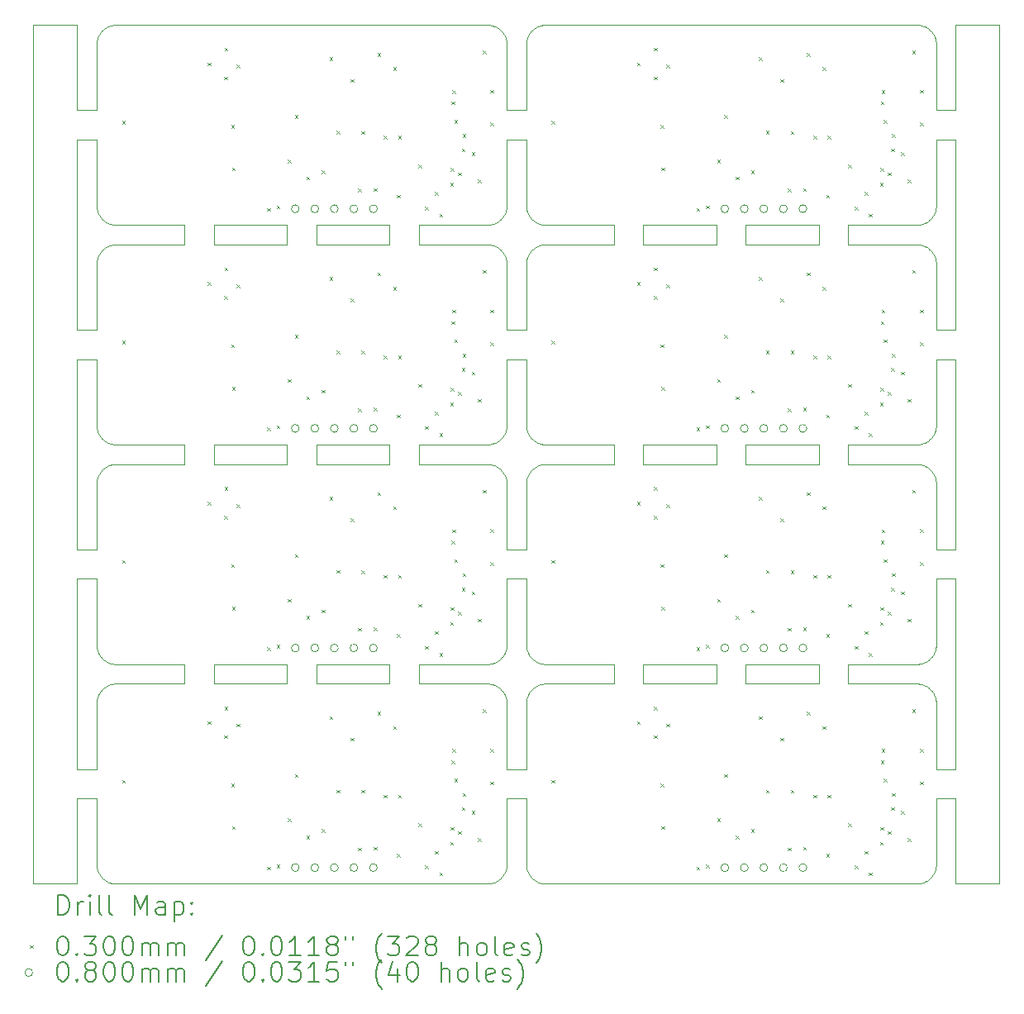
<source format=gbr>
%TF.GenerationSoftware,KiCad,Pcbnew,8.0.0*%
%TF.CreationDate,2024-05-28T16:04:06+09:00*%
%TF.ProjectId,Panel,50616e65-6c2e-46b6-9963-61645f706362,rev?*%
%TF.SameCoordinates,Original*%
%TF.FileFunction,Drillmap*%
%TF.FilePolarity,Positive*%
%FSLAX45Y45*%
G04 Gerber Fmt 4.5, Leading zero omitted, Abs format (unit mm)*
G04 Created by KiCad (PCBNEW 8.0.0) date 2024-05-28 16:04:06*
%MOMM*%
%LPD*%
G01*
G04 APERTURE LIST*
%ADD10C,0.100000*%
%ADD11C,0.200000*%
G04 APERTURE END LIST*
D10*
X14714153Y-6585746D02*
X14708155Y-6577579D01*
X19129561Y-4361921D02*
X19124869Y-4352940D01*
X14638079Y-8770439D02*
X14628871Y-8766208D01*
X19114153Y-10714254D02*
X19119729Y-10705793D01*
X14655793Y-8780271D02*
X14647060Y-8775131D01*
X10635746Y-8785847D02*
X10627579Y-8791845D01*
X14570234Y-4048974D02*
X14580285Y-4047694D01*
X14672421Y-8508155D02*
X14680274Y-8501752D01*
X12500000Y-8750000D02*
X11750000Y-8750000D01*
X10575131Y-6602940D02*
X10570439Y-6611921D01*
X19094959Y-8812207D02*
X19087793Y-8805041D01*
X19055793Y-6269729D02*
X19064254Y-6264153D01*
X10750000Y-6300000D02*
X11450000Y-6300000D01*
X10635746Y-6535847D02*
X10627579Y-6541845D01*
X14672421Y-4008155D02*
X14680274Y-4001752D01*
X14950257Y-8939870D02*
X14950000Y-8950000D01*
X14954094Y-6659740D02*
X14952306Y-6669714D01*
X18950000Y-8550000D02*
X18960130Y-8549743D01*
X10619726Y-8798248D02*
X10612207Y-8805041D01*
X15061921Y-8529561D02*
X15071129Y-8533792D01*
X14950000Y-6700000D02*
X14950000Y-7375000D01*
X17950000Y-8750000D02*
X17200000Y-8750000D01*
X14750000Y-7675000D02*
X14849900Y-7675000D01*
X14750000Y-7375000D02*
X14750000Y-6700000D01*
X10598248Y-6569725D02*
X10591845Y-6577579D01*
X10605041Y-2062207D02*
X10598248Y-2069725D01*
X19124869Y-2102940D02*
X19119729Y-2094207D01*
X10554094Y-8390260D02*
X10556385Y-8400131D01*
X14560130Y-4250257D02*
X14550000Y-4250000D01*
X19055793Y-8780271D02*
X19047060Y-8775131D01*
X14672421Y-8791845D02*
X14664254Y-8785847D01*
X10349900Y-2000000D02*
X9899900Y-2000000D01*
X15012207Y-6244958D02*
X15019725Y-6251752D01*
X14749743Y-8939870D02*
X14748974Y-8929766D01*
X13850000Y-8650100D02*
X13850000Y-8649900D01*
X14701752Y-10730274D02*
X14708155Y-10722421D01*
X10570439Y-6611921D02*
X10566208Y-6621129D01*
X19147694Y-8919714D02*
X19145906Y-8909740D01*
X10566208Y-8428871D02*
X10570439Y-8438079D01*
X19137550Y-3919461D02*
X19140828Y-3909873D01*
X14985847Y-4335746D02*
X14980271Y-4344207D01*
X19019461Y-6512449D02*
X19009873Y-6509172D01*
X15139870Y-2000257D02*
X15129766Y-2001026D01*
X15150000Y-6500000D02*
X15139870Y-6500257D01*
X14740828Y-2140127D02*
X14737550Y-2130539D01*
X12800000Y-6399900D02*
X12800000Y-6300000D01*
X10566208Y-6178871D02*
X10570439Y-6188079D01*
X19137550Y-4380539D02*
X19133792Y-4371129D01*
X16150000Y-4250000D02*
X16150000Y-4150150D01*
X15035746Y-10764153D02*
X15044207Y-10769729D01*
X14701752Y-6230274D02*
X14708155Y-6222421D01*
X13550000Y-4050000D02*
X13550000Y-4149950D01*
X19129561Y-6188079D02*
X19133792Y-6178871D01*
X18980286Y-2002306D02*
X18970234Y-2001026D01*
X14733791Y-8428871D02*
X14737550Y-8419461D01*
X10644207Y-6530271D02*
X10635746Y-6535847D01*
X15109740Y-10795906D02*
X15119714Y-10797694D01*
X14850100Y-7375000D02*
X14849900Y-7375000D01*
X14747694Y-8380285D02*
X14748974Y-8370234D01*
X10719714Y-8752306D02*
X10709740Y-8754094D01*
X17200000Y-6300000D02*
X17950000Y-6300000D01*
X10612207Y-10744959D02*
X10619726Y-10751752D01*
X10550257Y-2189870D02*
X10550000Y-2200000D01*
X19038079Y-8529561D02*
X19047060Y-8524869D01*
X15035746Y-8514153D02*
X15044207Y-8519729D01*
X14750000Y-5125000D02*
X14750000Y-4450000D01*
X10552306Y-8380285D02*
X10554094Y-8390260D01*
X14750000Y-8950000D02*
X14749743Y-8939870D01*
X10709740Y-8754094D02*
X10699869Y-8756385D01*
X14708155Y-2077579D02*
X14701752Y-2069725D01*
X14998248Y-10730274D02*
X15005041Y-10737793D01*
X10605041Y-6562207D02*
X10598248Y-6569725D01*
X14570234Y-6501026D02*
X14560130Y-6500257D01*
X16900000Y-4050000D02*
X16900000Y-4149950D01*
X14570234Y-8548974D02*
X14580285Y-8547694D01*
X19072421Y-4291845D02*
X19064254Y-4285847D01*
X10556385Y-3900130D02*
X10559172Y-3909873D01*
X10690127Y-6290828D02*
X10699869Y-6293615D01*
X11450000Y-4050000D02*
X11450000Y-4149950D01*
X19140828Y-2140127D02*
X19137550Y-2130539D01*
X14748974Y-6679766D02*
X14747694Y-6669714D01*
X10349900Y-2875000D02*
X10349900Y-2000000D01*
X18960130Y-4049743D02*
X18970234Y-4048974D01*
X14687793Y-10744959D02*
X14694958Y-10737793D01*
X19064254Y-8785847D02*
X19055793Y-8780271D01*
X14701752Y-8480274D02*
X14708155Y-8472421D01*
X10612207Y-8494959D02*
X10619726Y-8501752D01*
X14708155Y-8827579D02*
X14701752Y-8819726D01*
X14600130Y-8756385D02*
X14590260Y-8754094D01*
X14724869Y-2102940D02*
X14719729Y-2094207D01*
X14962449Y-4380539D02*
X14959172Y-4390127D01*
X10551026Y-10620234D02*
X10552306Y-10630286D01*
X14740828Y-10659873D02*
X14743615Y-10650131D01*
X19028871Y-6283791D02*
X19038079Y-6279561D01*
X14590260Y-6504094D02*
X14580285Y-6502306D01*
X14950000Y-4450000D02*
X14950000Y-5125000D01*
X10580271Y-3955793D02*
X10585847Y-3964254D01*
X15012207Y-6555041D02*
X15005041Y-6562207D01*
X10580271Y-2094207D02*
X10575131Y-2102940D01*
X13550000Y-8650100D02*
X13550000Y-8750000D01*
X19350100Y-5425000D02*
X19350100Y-7375000D01*
X10644207Y-8519729D02*
X10652940Y-8524869D01*
X10349900Y-5125000D02*
X10349900Y-3175000D01*
X14638079Y-6279561D02*
X14647060Y-6274869D01*
X10671129Y-8533792D02*
X10680539Y-8537550D01*
X14745906Y-4409740D02*
X14743615Y-4399869D01*
X19101752Y-8819726D02*
X19094959Y-8812207D01*
X14743615Y-2149869D02*
X14740828Y-2140127D01*
X14991845Y-6222421D02*
X14998248Y-6230274D01*
X10559172Y-8409873D02*
X10562450Y-8419461D01*
X14750000Y-6700000D02*
X14749743Y-6689870D01*
X19150000Y-2875000D02*
X19150000Y-2200000D01*
X10550000Y-8350000D02*
X10550257Y-8360130D01*
X19064254Y-4014153D02*
X19072421Y-4008155D01*
X13850000Y-6399900D02*
X13850000Y-6300000D01*
X10559172Y-6640127D02*
X10556385Y-6649869D01*
X10605041Y-8812207D02*
X10598248Y-8819726D01*
X14701752Y-3980274D02*
X14708155Y-3972421D01*
X10709740Y-6295906D02*
X10719714Y-6297694D01*
X15035746Y-2035847D02*
X15027579Y-2041845D01*
X15850000Y-4150150D02*
X15850000Y-4250000D01*
X15012207Y-8805041D02*
X15005041Y-8812207D01*
X14950257Y-8360130D02*
X14951026Y-8370234D01*
X16900000Y-8649900D02*
X16900000Y-8650100D01*
X10556385Y-6649869D02*
X10554094Y-6659740D01*
X14975131Y-10697060D02*
X14980271Y-10705793D01*
X13550000Y-4150150D02*
X13550000Y-4250000D01*
X14740828Y-6159873D02*
X14743615Y-6150130D01*
X17950000Y-4050000D02*
X17950000Y-4149950D01*
X10612207Y-4305041D02*
X10605041Y-4312207D01*
X10644207Y-4019729D02*
X10652940Y-4024869D01*
X15139870Y-6500257D02*
X15129766Y-6501026D01*
X19087793Y-4305041D02*
X19080274Y-4298248D01*
X19047060Y-8524869D02*
X19055793Y-8519729D01*
X14609873Y-8759172D02*
X14600130Y-8756385D01*
X15061921Y-8770439D02*
X15052940Y-8775131D01*
X16150000Y-4150150D02*
X16150000Y-4149950D01*
X10550257Y-4439870D02*
X10550000Y-4450000D01*
X19147694Y-3880285D02*
X19148974Y-3870234D01*
X10349900Y-9625000D02*
X10349900Y-7675000D01*
X14956384Y-8899869D02*
X14954094Y-8909740D01*
X14729561Y-6611921D02*
X14724869Y-6602940D01*
X14719729Y-3955793D02*
X14724869Y-3947060D01*
X14680274Y-2048248D02*
X14672421Y-2041845D01*
X10739870Y-8549743D02*
X10750000Y-8550000D01*
X11750000Y-8649900D02*
X11750000Y-8550000D01*
X19350100Y-9625000D02*
X19150000Y-9625000D01*
X10550000Y-9925000D02*
X10550000Y-10600000D01*
X19080274Y-4298248D02*
X19072421Y-4291845D01*
X15052940Y-2025131D02*
X15044207Y-2030271D01*
X14970439Y-3938079D02*
X14975131Y-3947060D01*
X14740828Y-8890127D02*
X14737550Y-8880539D01*
X10591845Y-8472421D02*
X10598248Y-8480274D01*
X14951026Y-10620234D02*
X14952306Y-10630286D01*
X14737550Y-3919461D02*
X14740828Y-3909873D01*
X19133792Y-6178871D02*
X19137550Y-6169461D01*
X10562450Y-2130539D02*
X10559172Y-2140127D01*
X14600130Y-4043615D02*
X14609873Y-4040828D01*
X10554094Y-6140260D02*
X10556385Y-6150130D01*
X19147694Y-10630286D02*
X19148974Y-10620234D01*
X19108155Y-8472421D02*
X19114153Y-8464254D01*
X19119729Y-10705793D02*
X19124869Y-10697060D01*
X19094959Y-2062207D02*
X19087793Y-2055041D01*
X14980271Y-6594207D02*
X14975131Y-6602940D01*
X14708155Y-4327579D02*
X14701752Y-4319726D01*
X14991845Y-4327579D02*
X14985847Y-4335746D01*
X10635746Y-4014153D02*
X10644207Y-4019729D01*
X19101752Y-10730274D02*
X19108155Y-10722421D01*
X10661921Y-8529561D02*
X10671129Y-8533792D01*
X14750000Y-5425000D02*
X14849900Y-5425000D01*
X15109740Y-4254094D02*
X15099869Y-4256385D01*
X14638079Y-10779561D02*
X14647060Y-10774869D01*
X19350100Y-2875000D02*
X19150000Y-2875000D01*
X10750000Y-8550000D02*
X11450000Y-8550000D01*
X19028871Y-8766208D02*
X19019461Y-8762450D01*
X14991845Y-10722421D02*
X14998248Y-10730274D01*
X14550000Y-6300000D02*
X14560130Y-6299743D01*
X19137550Y-6169461D02*
X19140828Y-6159873D01*
X10627579Y-10758155D02*
X10635746Y-10764153D01*
X15099869Y-6293615D02*
X15109740Y-6295906D01*
X14740828Y-4390127D02*
X14737550Y-4380539D01*
X10559172Y-3909873D02*
X10562450Y-3919461D01*
X19147694Y-6669714D02*
X19145906Y-6659740D01*
X14750000Y-9925000D02*
X14849900Y-9925000D01*
X14954094Y-3890260D02*
X14956384Y-3900130D01*
X19064254Y-4285847D02*
X19055793Y-4280271D01*
X14729561Y-6188079D02*
X14733791Y-6178871D01*
X11450000Y-4250000D02*
X10750000Y-4250000D01*
X11450000Y-6300000D02*
X11450000Y-6399900D01*
X16150000Y-6400100D02*
X16150000Y-6399900D01*
X12500000Y-4150150D02*
X12500000Y-4250000D01*
X19087793Y-8805041D02*
X19080274Y-8798248D01*
X9899900Y-10800000D02*
X10349900Y-10800000D01*
X14708155Y-6577579D02*
X14701752Y-6569725D01*
X15099869Y-4256385D02*
X15090127Y-4259172D01*
X14647060Y-6525131D02*
X14638079Y-6520439D01*
X19124869Y-10697060D02*
X19129561Y-10688079D01*
X14664254Y-10764153D02*
X14672421Y-10758155D01*
X10671129Y-10783792D02*
X10680539Y-10787550D01*
X10690127Y-2009172D02*
X10680539Y-2012449D01*
X15850000Y-4250000D02*
X15150000Y-4250000D01*
X19149743Y-10610130D02*
X19150000Y-10600000D01*
X10605041Y-4312207D02*
X10598248Y-4319726D01*
X11450000Y-8650100D02*
X11450000Y-8750000D01*
X19350100Y-2000000D02*
X19350100Y-2875000D01*
X10644207Y-4280271D02*
X10635746Y-4285847D01*
X14991845Y-8827579D02*
X14985847Y-8835746D01*
X19047060Y-6274869D02*
X19055793Y-6269729D01*
X10652940Y-6525131D02*
X10644207Y-6530271D01*
X14950257Y-4439870D02*
X14950000Y-4450000D01*
X14950000Y-7675000D02*
X14950000Y-8350000D01*
X10627579Y-4008155D02*
X10635746Y-4014153D01*
X19150000Y-6100000D02*
X19150000Y-5425000D01*
X19101752Y-4319726D02*
X19094959Y-4312207D01*
X14750000Y-9625000D02*
X14750000Y-8950000D01*
X14749743Y-6689870D02*
X14748974Y-6679766D01*
X10570439Y-8438079D02*
X10575131Y-8447060D01*
X19094959Y-6562207D02*
X19087793Y-6555041D01*
X15080539Y-8762450D02*
X15071129Y-8766208D01*
X19028871Y-4033791D02*
X19038079Y-4029561D01*
X19108155Y-4327579D02*
X19101752Y-4319726D01*
X14687793Y-4305041D02*
X14680274Y-4298248D01*
X14560130Y-6299743D02*
X14570234Y-6298974D01*
X14747694Y-2169714D02*
X14745906Y-2159740D01*
X18950000Y-6500000D02*
X18250000Y-6500000D01*
X19072421Y-8508155D02*
X19080274Y-8501752D01*
X14745906Y-8390260D02*
X14747694Y-8380285D01*
X15080539Y-6512449D02*
X15071129Y-6516208D01*
X14975131Y-6602940D02*
X14970439Y-6611921D01*
X15027579Y-6258155D02*
X15035746Y-6264153D01*
X18980286Y-6297694D02*
X18990260Y-6295906D01*
X15119714Y-8752306D02*
X15109740Y-8754094D01*
X14590260Y-4254094D02*
X14580285Y-4252306D01*
X14749743Y-10610130D02*
X14750000Y-10600000D01*
X17950000Y-8550000D02*
X17950000Y-8649900D01*
X14729561Y-3938079D02*
X14733791Y-3928871D01*
X10580271Y-6205793D02*
X10585847Y-6214254D01*
X15080539Y-2012449D02*
X15071129Y-2016208D01*
X14687793Y-6244958D02*
X14694958Y-6237793D01*
X12500000Y-8650100D02*
X12500000Y-8750000D01*
X14747694Y-4419714D02*
X14745906Y-4409740D01*
X15150000Y-6300000D02*
X15850000Y-6300000D01*
X19133792Y-10678871D02*
X19137550Y-10669461D01*
X19009873Y-4259172D02*
X19000131Y-4256385D01*
X19072421Y-10758155D02*
X19080274Y-10751752D01*
X19019461Y-2012449D02*
X19009873Y-2009172D01*
X11750000Y-4149950D02*
X11750000Y-4050000D01*
X10598248Y-8480274D02*
X10605041Y-8487793D01*
X15071129Y-4266208D02*
X15061921Y-4270439D01*
X16150000Y-8650100D02*
X16150000Y-8649900D01*
X19150000Y-3175000D02*
X19350100Y-3175000D01*
X19055793Y-4019729D02*
X19064254Y-4014153D01*
X19028871Y-8533792D02*
X19038079Y-8529561D01*
X15005041Y-6237793D02*
X15012207Y-6244958D01*
X10612207Y-3994958D02*
X10619726Y-4001752D01*
X15129766Y-6501026D02*
X15119714Y-6502306D01*
X10739870Y-4049743D02*
X10750000Y-4050000D01*
X14600130Y-8543615D02*
X14609873Y-8540828D01*
X11450000Y-8649900D02*
X11450000Y-8650100D01*
X15027579Y-8791845D02*
X15019725Y-8798248D01*
X13550000Y-4149950D02*
X13550000Y-4150150D01*
X10661921Y-2020439D02*
X10652940Y-2025131D01*
X10709740Y-4045906D02*
X10719714Y-4047694D01*
X14733791Y-3928871D02*
X14737550Y-3919461D01*
X14950000Y-7375000D02*
X14850100Y-7375000D01*
X14619461Y-6287550D02*
X14628871Y-6283791D01*
X19072421Y-6541845D02*
X19064254Y-6535847D01*
X10671129Y-4033791D02*
X10680539Y-4037550D01*
X10580271Y-10705793D02*
X10585847Y-10714254D01*
X14743615Y-10650131D02*
X14745906Y-10640260D01*
X15027579Y-6541845D02*
X15019725Y-6548248D01*
X14580285Y-2002306D02*
X14570234Y-2001026D01*
X11750000Y-6399900D02*
X11750000Y-6300000D01*
X11750000Y-6400100D02*
X11750000Y-6399900D01*
X14638079Y-4029561D02*
X14647060Y-4024869D01*
X14747694Y-3880285D02*
X14748974Y-3870234D01*
X14956384Y-10650131D02*
X14959172Y-10659873D01*
X10652940Y-8524869D02*
X10661921Y-8529561D01*
X15099869Y-6506384D02*
X15090127Y-6509172D01*
X14647060Y-2025131D02*
X14638079Y-2020439D01*
X14748974Y-8929766D02*
X14747694Y-8919714D01*
X10699869Y-10793615D02*
X10709740Y-10795906D01*
X14850100Y-5425000D02*
X14950000Y-5425000D01*
X15012207Y-3994958D02*
X15019725Y-4001752D01*
X10551026Y-4429766D02*
X10550257Y-4439870D01*
X14966208Y-4371129D02*
X14962449Y-4380539D01*
X12500000Y-4149950D02*
X12500000Y-4150150D01*
X10585847Y-6585746D02*
X10580271Y-6594207D01*
X14998248Y-8819726D02*
X14991845Y-8827579D01*
X15129766Y-8548974D02*
X15139870Y-8549743D01*
X12500000Y-8550000D02*
X12500000Y-8649900D01*
X10551026Y-8929766D02*
X10550257Y-8939870D01*
X19145906Y-6140260D02*
X19147694Y-6130285D01*
X10729766Y-6298974D02*
X10739870Y-6299743D01*
X19072421Y-2041845D02*
X19064254Y-2035847D01*
X19009873Y-6509172D02*
X19000131Y-6506384D01*
X14998248Y-4319726D02*
X14991845Y-4327579D01*
X10556385Y-2149869D02*
X10554094Y-2159740D01*
X17950000Y-6500000D02*
X17200000Y-6500000D01*
X14849900Y-5425000D02*
X14850100Y-5425000D01*
X10550257Y-10610130D02*
X10551026Y-10620234D01*
X19149743Y-8939870D02*
X19148974Y-8929766D01*
X14724869Y-4352940D02*
X14719729Y-4344207D01*
X14747694Y-6669714D02*
X14745906Y-6659740D01*
X10652940Y-4024869D02*
X10661921Y-4029561D01*
X18950000Y-10800000D02*
X18960130Y-10799743D01*
X14655793Y-4280271D02*
X14647060Y-4275131D01*
X14655793Y-6530271D02*
X14647060Y-6525131D01*
X18970234Y-8751026D02*
X18960130Y-8750257D01*
X19009873Y-2009172D02*
X19000131Y-2006384D01*
X10661921Y-6279561D02*
X10671129Y-6283791D01*
X19072421Y-8791845D02*
X19064254Y-8785847D01*
X14655793Y-2030271D02*
X14647060Y-2025131D01*
X14619461Y-4037550D02*
X14628871Y-4033791D01*
X19148974Y-2179766D02*
X19147694Y-2169714D01*
X14733791Y-10678871D02*
X14737550Y-10669461D01*
X15061921Y-2020439D02*
X15052940Y-2025131D01*
X14638079Y-2020439D02*
X14628871Y-2016208D01*
X14687793Y-8494959D02*
X14694958Y-8487793D01*
X11750000Y-8550000D02*
X12500000Y-8550000D01*
X14655793Y-6269729D02*
X14664254Y-6264153D01*
X14729561Y-10688079D02*
X14733791Y-10678871D01*
X18960130Y-6299743D02*
X18970234Y-6298974D01*
X10709740Y-2004094D02*
X10699869Y-2006384D01*
X10550000Y-6700000D02*
X10550000Y-7375000D01*
X16150000Y-8649900D02*
X16150000Y-8550000D01*
X19143615Y-8400131D02*
X19145906Y-8390260D01*
X15139870Y-10799743D02*
X15150000Y-10800000D01*
X10619726Y-2048248D02*
X10612207Y-2055041D01*
X10554094Y-4409740D02*
X10552306Y-4419714D01*
X14748974Y-6120234D02*
X14749743Y-6110130D01*
X10559172Y-6159873D02*
X10562450Y-6169461D01*
X14952306Y-4419714D02*
X14951026Y-4429766D01*
X19149743Y-3860130D02*
X19150000Y-3850000D01*
X10559172Y-4390127D02*
X10556385Y-4399869D01*
X10552306Y-6130285D02*
X10554094Y-6140260D01*
X15129766Y-4048974D02*
X15139870Y-4049743D01*
X10680539Y-2012449D02*
X10671129Y-2016208D01*
X14628871Y-8766208D02*
X14619461Y-8762450D01*
X15071129Y-6516208D02*
X15061921Y-6520439D01*
X12800000Y-4149950D02*
X12800000Y-4050000D01*
X14998248Y-3980274D02*
X15005041Y-3987793D01*
X14664254Y-4285847D02*
X14655793Y-4280271D01*
X14719729Y-8455793D02*
X14724869Y-8447060D01*
X10556385Y-8899869D02*
X10554094Y-8909740D01*
X14951026Y-8370234D02*
X14952306Y-8380285D01*
X15012207Y-8494959D02*
X15019725Y-8501752D01*
X10550000Y-6100000D02*
X10550257Y-6110130D01*
X19150000Y-10600000D02*
X19150000Y-9925000D01*
X10566208Y-8871129D02*
X10562450Y-8880539D01*
X14580285Y-10797694D02*
X14590260Y-10795906D01*
X10627579Y-6258155D02*
X10635746Y-6264153D01*
X14950000Y-8950000D02*
X14950000Y-9625000D01*
X10627579Y-2041845D02*
X10619726Y-2048248D01*
X10699869Y-8543615D02*
X10709740Y-8545906D01*
X18250000Y-4150150D02*
X18250000Y-4149950D01*
X19150000Y-7675000D02*
X19350100Y-7675000D01*
X14998248Y-6230274D02*
X15005041Y-6237793D01*
X14609873Y-4259172D02*
X14600130Y-4256385D01*
X14959172Y-4390127D02*
X14956384Y-4399869D01*
X14655793Y-4019729D02*
X14664254Y-4014153D01*
X16150000Y-6399900D02*
X16150000Y-6300000D01*
X19129561Y-8861921D02*
X19124869Y-8852940D01*
X10699869Y-4256385D02*
X10690127Y-4259172D01*
X14590260Y-6295906D02*
X14600130Y-6293615D01*
X14975131Y-8447060D02*
X14980271Y-8455793D01*
X15109740Y-6295906D02*
X15119714Y-6297694D01*
X14714153Y-2085746D02*
X14708155Y-2077579D01*
X14570234Y-10798974D02*
X14580285Y-10797694D01*
X14550000Y-2000000D02*
X10750000Y-2000000D01*
X14750000Y-4450000D02*
X14749743Y-4439870D01*
X19800100Y-2000000D02*
X19350100Y-2000000D01*
X19080274Y-4001752D02*
X19087793Y-3994958D01*
X19009873Y-8759172D02*
X19000131Y-8756385D01*
X14962449Y-3919461D02*
X14966208Y-3928871D01*
X14850100Y-2875000D02*
X14849900Y-2875000D01*
X19150000Y-5125000D02*
X19150000Y-4450000D01*
X10671129Y-6516208D02*
X10661921Y-6520439D01*
X14966208Y-6621129D02*
X14962449Y-6630539D01*
X10566208Y-3928871D02*
X10570439Y-3938079D01*
X14950257Y-10610130D02*
X14951026Y-10620234D01*
X14950257Y-6110130D02*
X14951026Y-6120234D01*
X14714153Y-10714254D02*
X14719729Y-10705793D01*
X15139870Y-8750257D02*
X15129766Y-8751026D01*
X13850000Y-8649900D02*
X13850000Y-8550000D01*
X10627579Y-8508155D02*
X10635746Y-8514153D01*
X19150000Y-6700000D02*
X19149743Y-6689870D01*
X13850000Y-8750000D02*
X13850000Y-8650100D01*
X14550000Y-4250000D02*
X13850000Y-4250000D01*
X16150000Y-6500000D02*
X16150000Y-6400100D01*
X19119729Y-8844207D02*
X19114153Y-8835746D01*
X14959172Y-8890127D02*
X14956384Y-8899869D01*
X18960130Y-8549743D02*
X18970234Y-8548974D01*
X19150000Y-4450000D02*
X19149743Y-4439870D01*
X14980271Y-2094207D02*
X14975131Y-2102940D01*
X14714153Y-8464254D02*
X14719729Y-8455793D01*
X14952306Y-6130285D02*
X14954094Y-6140260D01*
X10644207Y-2030271D02*
X10635746Y-2035847D01*
X14590260Y-8545906D02*
X14600130Y-8543615D01*
X10580271Y-8844207D02*
X10575131Y-8852940D01*
X10349900Y-7675000D02*
X10550000Y-7675000D01*
X10598248Y-6230274D02*
X10605041Y-6237793D01*
X15090127Y-2009172D02*
X15080539Y-2012449D01*
X18970234Y-4251026D02*
X18960130Y-4250257D01*
X14714153Y-6214254D02*
X14719729Y-6205793D01*
X18990260Y-4254094D02*
X18980286Y-4252306D01*
X14954094Y-10640260D02*
X14956384Y-10650131D01*
X15850000Y-4050000D02*
X15850000Y-4149950D01*
X15080539Y-8537550D02*
X15090127Y-8540828D01*
X19148974Y-6120234D02*
X19149743Y-6110130D01*
X14724869Y-3947060D02*
X14729561Y-3938079D01*
X14719729Y-4344207D02*
X14714153Y-4335746D01*
X14619461Y-6512449D02*
X14609873Y-6509172D01*
X18960130Y-2000257D02*
X18950000Y-2000000D01*
X19080274Y-8798248D02*
X19072421Y-8791845D01*
X19094959Y-10737793D02*
X19101752Y-10730274D01*
X18990260Y-4045906D02*
X19000131Y-4043615D01*
X10580271Y-6594207D02*
X10575131Y-6602940D01*
X14749743Y-4439870D02*
X14748974Y-4429766D01*
X10605041Y-10737793D02*
X10612207Y-10744959D01*
X14694958Y-2062207D02*
X14687793Y-2055041D01*
X14745906Y-6659740D02*
X14743615Y-6649869D01*
X10562450Y-4380539D02*
X10559172Y-4390127D01*
X14619461Y-8762450D02*
X14609873Y-8759172D01*
X14952306Y-6669714D02*
X14951026Y-6679766D01*
X14956384Y-6150130D02*
X14959172Y-6159873D01*
X19140828Y-6640127D02*
X19137550Y-6630539D01*
X10739870Y-6299743D02*
X10750000Y-6300000D01*
X10750000Y-6500000D02*
X10739870Y-6500257D01*
X14962449Y-6630539D02*
X14959172Y-6640127D01*
X10709740Y-6504094D02*
X10699869Y-6506384D01*
X10739870Y-8750257D02*
X10729766Y-8751026D01*
X12800000Y-8750000D02*
X12800000Y-8650100D01*
X18960130Y-4250257D02*
X18950000Y-4250000D01*
X14850100Y-5125000D02*
X14849900Y-5125000D01*
X19145906Y-4409740D02*
X19143615Y-4399869D01*
X15119714Y-4047694D02*
X15129766Y-4048974D01*
X10575131Y-3947060D02*
X10580271Y-3955793D01*
X14743615Y-3900130D02*
X14745906Y-3890260D01*
X14952306Y-8380285D02*
X14954094Y-8390260D01*
X15044207Y-6269729D02*
X15052940Y-6274869D01*
X14850100Y-9925000D02*
X14950000Y-9925000D01*
X19114153Y-6585746D02*
X19108155Y-6577579D01*
X10554094Y-8909740D02*
X10552306Y-8919714D01*
X14708155Y-6222421D02*
X14714153Y-6214254D01*
X14550000Y-6500000D02*
X13850000Y-6500000D01*
X14550000Y-10800000D02*
X14560130Y-10799743D01*
X15099869Y-2006384D02*
X15090127Y-2009172D01*
X15150000Y-4050000D02*
X15850000Y-4050000D01*
X14745906Y-10640260D02*
X14747694Y-10630286D01*
X18980286Y-6502306D02*
X18970234Y-6501026D01*
X19028871Y-2016208D02*
X19019461Y-2012449D01*
X10612207Y-2055041D02*
X10605041Y-2062207D01*
X14638079Y-8529561D02*
X14647060Y-8524869D01*
X15061921Y-10779561D02*
X15071129Y-10783792D01*
X14970439Y-6611921D02*
X14966208Y-6621129D01*
X19148974Y-3870234D02*
X19149743Y-3860130D01*
X15080539Y-4262450D02*
X15071129Y-4266208D01*
X19133792Y-6621129D02*
X19129561Y-6611921D01*
X14749743Y-8360130D02*
X14750000Y-8350000D01*
X10591845Y-4327579D02*
X10585847Y-4335746D01*
X10635746Y-2035847D02*
X10627579Y-2041845D01*
X14748974Y-8370234D02*
X14749743Y-8360130D01*
X10661921Y-10779561D02*
X10671129Y-10783792D01*
X19064254Y-8514153D02*
X19072421Y-8508155D01*
X14701752Y-4319726D02*
X14694958Y-4312207D01*
X14560130Y-4049743D02*
X14570234Y-4048974D01*
X17950000Y-8649900D02*
X17950000Y-8650100D01*
X14750000Y-6100000D02*
X14750000Y-5425000D01*
X14975131Y-2102940D02*
X14970439Y-2111921D01*
X15109740Y-2004094D02*
X15099869Y-2006384D01*
X15019725Y-10751752D02*
X15027579Y-10758155D01*
X10750000Y-4250000D02*
X10739870Y-4250257D01*
X14985847Y-2085746D02*
X14980271Y-2094207D01*
X19038079Y-6520439D02*
X19028871Y-6516208D01*
X15139870Y-4049743D02*
X15150000Y-4050000D01*
X14664254Y-6535847D02*
X14655793Y-6530271D01*
X15119714Y-8547694D02*
X15129766Y-8548974D01*
X15850000Y-4149950D02*
X15850000Y-4150150D01*
X19140828Y-8890127D02*
X19137550Y-8880539D01*
X14580285Y-4047694D02*
X14590260Y-4045906D01*
X14950000Y-2875000D02*
X14850100Y-2875000D01*
X19149743Y-8360130D02*
X19150000Y-8350000D01*
X10699869Y-6506384D02*
X10690127Y-6509172D01*
X19038079Y-2020439D02*
X19028871Y-2016208D01*
X14740828Y-6640127D02*
X14737550Y-6630539D01*
X15099869Y-4043615D02*
X15109740Y-4045906D01*
X14748974Y-4429766D02*
X14747694Y-4419714D01*
X19149743Y-6110130D02*
X19150000Y-6100000D01*
X10750000Y-2000000D02*
X10739870Y-2000257D01*
X14619461Y-2012449D02*
X14609873Y-2009172D01*
X14708155Y-10722421D02*
X14714153Y-10714254D01*
X17200000Y-8650100D02*
X17200000Y-8649900D01*
X14849900Y-2875000D02*
X14750000Y-2875000D01*
X10585847Y-2085746D02*
X10580271Y-2094207D01*
X10719714Y-4047694D02*
X10729766Y-4048974D01*
X15850000Y-6399900D02*
X15850000Y-6400100D01*
X10552306Y-8919714D02*
X10551026Y-8929766D01*
X14719729Y-8844207D02*
X14714153Y-8835746D01*
X18250000Y-6300000D02*
X18950000Y-6300000D01*
X19000131Y-10793615D02*
X19009873Y-10790828D01*
X15090127Y-10790828D02*
X15099869Y-10793615D01*
X14950000Y-2200000D02*
X14950000Y-2875000D01*
X14950000Y-5425000D02*
X14950000Y-6100000D01*
X14998248Y-2069725D02*
X14991845Y-2077579D01*
X10619726Y-4001752D02*
X10627579Y-4008155D01*
X10550000Y-2875000D02*
X10349900Y-2875000D01*
X14745906Y-6140260D02*
X14747694Y-6130285D01*
X14729561Y-2111921D02*
X14724869Y-2102940D01*
X14619461Y-10787550D02*
X14628871Y-10783792D01*
X19143615Y-10650131D02*
X19145906Y-10640260D01*
X10690127Y-4040828D02*
X10699869Y-4043615D01*
X14952306Y-2169714D02*
X14951026Y-2179766D01*
X19140828Y-6159873D02*
X19143615Y-6150130D01*
X14962449Y-8419461D02*
X14966208Y-8428871D01*
X14745906Y-3890260D02*
X14747694Y-3880285D01*
X16900000Y-8550000D02*
X16900000Y-8649900D01*
X17950000Y-4150150D02*
X17950000Y-4250000D01*
X19101752Y-2069725D02*
X19094959Y-2062207D01*
X16900000Y-6399900D02*
X16900000Y-6400100D01*
X14980271Y-8844207D02*
X14975131Y-8852940D01*
X19094959Y-6237793D02*
X19101752Y-6230274D01*
X10729766Y-8751026D02*
X10719714Y-8752306D01*
X15119714Y-6502306D02*
X15109740Y-6504094D01*
X19087793Y-8494959D02*
X19094959Y-8487793D01*
X19350100Y-3175000D02*
X19350100Y-5125000D01*
X11750000Y-4150150D02*
X11750000Y-4149950D01*
X10562450Y-8880539D02*
X10559172Y-8890127D01*
X10719714Y-10797694D02*
X10729766Y-10798974D01*
X14748974Y-2179766D02*
X14747694Y-2169714D01*
X11750000Y-4250000D02*
X11750000Y-4150150D01*
X11450000Y-6400100D02*
X11450000Y-6500000D01*
X19072421Y-6258155D02*
X19080274Y-6251752D01*
X19148974Y-4429766D02*
X19147694Y-4419714D01*
X19129561Y-10688079D02*
X19133792Y-10678871D01*
X10550000Y-4450000D02*
X10550000Y-5125000D01*
X14628871Y-10783792D02*
X14638079Y-10779561D01*
X18950000Y-4250000D02*
X18250000Y-4250000D01*
X10556385Y-4399869D02*
X10554094Y-4409740D01*
X10635746Y-8514153D02*
X10644207Y-8519729D01*
X15119714Y-4252306D02*
X15109740Y-4254094D01*
X19350100Y-9925000D02*
X19350100Y-10800000D01*
X14980271Y-8455793D02*
X14985847Y-8464254D01*
X15129766Y-2001026D02*
X15119714Y-2002306D01*
X17200000Y-8649900D02*
X17200000Y-8550000D01*
X10680539Y-8537550D02*
X10690127Y-8540828D01*
X12500000Y-6300000D02*
X12500000Y-6399900D01*
X14687793Y-2055041D02*
X14680274Y-2048248D01*
X19147694Y-6130285D02*
X19148974Y-6120234D01*
X10750000Y-4050000D02*
X11450000Y-4050000D01*
X15139870Y-4250257D02*
X15129766Y-4251026D01*
X14849900Y-9625000D02*
X14750000Y-9625000D01*
X14747694Y-6130285D02*
X14748974Y-6120234D01*
X19150000Y-7375000D02*
X19150000Y-6700000D01*
X10680539Y-8762450D02*
X10671129Y-8766208D01*
X15027579Y-2041845D02*
X15019725Y-2048248D01*
X10570439Y-8861921D02*
X10566208Y-8871129D01*
X18950000Y-2000000D02*
X15150000Y-2000000D01*
X12500000Y-6400100D02*
X12500000Y-6500000D01*
X14745906Y-8909740D02*
X14743615Y-8899869D01*
X14600130Y-6293615D02*
X14609873Y-6290828D01*
X14737550Y-6630539D02*
X14733791Y-6621129D01*
X10585847Y-3964254D02*
X10591845Y-3972421D01*
X14950257Y-3860130D02*
X14951026Y-3870234D01*
X18980286Y-8752306D02*
X18970234Y-8751026D01*
X19124869Y-4352940D02*
X19119729Y-4344207D01*
X14985847Y-3964254D02*
X14991845Y-3972421D01*
X19009873Y-8540828D02*
X19019461Y-8537550D01*
X19087793Y-6555041D02*
X19080274Y-6548248D01*
X12800000Y-8650100D02*
X12800000Y-8649900D01*
X10554094Y-6659740D02*
X10552306Y-6669714D01*
X10562450Y-6630539D02*
X10559172Y-6640127D01*
X10750000Y-8750000D02*
X10739870Y-8750257D01*
X14680274Y-4001752D02*
X14687793Y-3994958D01*
X14701752Y-6569725D02*
X14694958Y-6562207D01*
X15150000Y-4250000D02*
X15139870Y-4250257D01*
X10575131Y-4352940D02*
X10570439Y-4361921D01*
X14951026Y-2179766D02*
X14950257Y-2189870D01*
X14959172Y-10659873D02*
X14962449Y-10669461D01*
X14956384Y-3900130D02*
X14959172Y-3909873D01*
X10680539Y-6287550D02*
X10690127Y-6290828D01*
X14719729Y-6205793D02*
X14724869Y-6197060D01*
X10709740Y-10795906D02*
X10719714Y-10797694D01*
X17200000Y-4150150D02*
X17200000Y-4149950D01*
X15044207Y-4280271D02*
X15035746Y-4285847D01*
X14951026Y-4429766D02*
X14950257Y-4439870D01*
X19000131Y-8543615D02*
X19009873Y-8540828D01*
X14619461Y-8537550D02*
X14628871Y-8533792D01*
X14560130Y-8750257D02*
X14550000Y-8750000D01*
X14959172Y-3909873D02*
X14962449Y-3919461D01*
X19124869Y-6602940D02*
X19119729Y-6594207D01*
X10580271Y-4344207D02*
X10575131Y-4352940D01*
X14950000Y-3850000D02*
X14950257Y-3860130D01*
X10699869Y-4043615D02*
X10709740Y-4045906D01*
X19150000Y-3850000D02*
X19150000Y-3175000D01*
X14991845Y-6577579D02*
X14985847Y-6585746D01*
X14959172Y-6159873D02*
X14962449Y-6169461D01*
X19119729Y-3955793D02*
X19124869Y-3947060D01*
X19143615Y-3900130D02*
X19145906Y-3890260D01*
X19028871Y-4266208D02*
X19019461Y-4262450D01*
X14849900Y-5125000D02*
X14750000Y-5125000D01*
X14850100Y-7675000D02*
X14950000Y-7675000D01*
X19028871Y-10783792D02*
X19038079Y-10779561D01*
X15027579Y-8508155D02*
X15035746Y-8514153D01*
X13850000Y-4149950D02*
X13850000Y-4050000D01*
X10690127Y-6509172D02*
X10680539Y-6512449D01*
X19150000Y-5425000D02*
X19350100Y-5425000D01*
X14600130Y-2006384D02*
X14590260Y-2004094D01*
X14950000Y-10600000D02*
X14950257Y-10610130D01*
X14550000Y-8550000D02*
X14560130Y-8549743D01*
X10550000Y-5425000D02*
X10550000Y-6100000D01*
X11450000Y-4150150D02*
X11450000Y-4250000D01*
X10550257Y-6110130D02*
X10551026Y-6120234D01*
X10671129Y-8766208D02*
X10661921Y-8770439D01*
X15005041Y-3987793D02*
X15012207Y-3994958D01*
X10556385Y-6150130D02*
X10559172Y-6159873D01*
X19072421Y-4008155D02*
X19080274Y-4001752D01*
X11450000Y-6399900D02*
X11450000Y-6400100D01*
X19047060Y-10774869D02*
X19055793Y-10769729D01*
X14952306Y-8919714D02*
X14951026Y-8929766D01*
X19137550Y-8419461D02*
X19140828Y-8409873D01*
X10559172Y-8890127D02*
X10556385Y-8899869D01*
X13550000Y-6300000D02*
X13550000Y-6399900D01*
X13550000Y-6400100D02*
X13550000Y-6500000D01*
X19133792Y-2121129D02*
X19129561Y-2111921D01*
X10550000Y-7675000D02*
X10550000Y-8350000D01*
X10552306Y-4419714D02*
X10551026Y-4429766D01*
X15090127Y-4259172D02*
X15080539Y-4262450D01*
X17200000Y-6400100D02*
X17200000Y-6399900D01*
X14950000Y-3175000D02*
X14950000Y-3850000D01*
X19047060Y-2025131D02*
X19038079Y-2020439D01*
X10550000Y-3175000D02*
X10550000Y-3850000D01*
X12800000Y-4250000D02*
X12800000Y-4150150D01*
X15019725Y-6251752D02*
X15027579Y-6258155D01*
X15005041Y-6562207D02*
X14998248Y-6569725D01*
X19080274Y-6251752D02*
X19087793Y-6244958D01*
X15035746Y-6264153D02*
X15044207Y-6269729D01*
X10729766Y-6501026D02*
X10719714Y-6502306D01*
X10566208Y-2121129D02*
X10562450Y-2130539D01*
X15027579Y-4008155D02*
X15035746Y-4014153D01*
X10699869Y-8756385D02*
X10690127Y-8759172D01*
X15012207Y-4305041D02*
X15005041Y-4312207D01*
X14655793Y-10769729D02*
X14664254Y-10764153D01*
X10750000Y-10800000D02*
X14550000Y-10800000D01*
X19055793Y-2030271D02*
X19047060Y-2025131D01*
X14737550Y-4380539D02*
X14733791Y-4371129D01*
X14714153Y-8835746D02*
X14708155Y-8827579D01*
X14959172Y-8409873D02*
X14962449Y-8419461D01*
X14600130Y-4256385D02*
X14590260Y-4254094D01*
X14950000Y-5125000D02*
X14850100Y-5125000D01*
X14638079Y-4270439D02*
X14628871Y-4266208D01*
X14966208Y-8428871D02*
X14970439Y-8438079D01*
X14743615Y-8400131D02*
X14745906Y-8390260D01*
X15071129Y-10783792D02*
X15080539Y-10787550D01*
X15044207Y-4019729D02*
X15052940Y-4024869D01*
X10575131Y-8447060D02*
X10580271Y-8455793D01*
X15080539Y-6287550D02*
X15090127Y-6290828D01*
X10690127Y-10790828D02*
X10699869Y-10793615D01*
X11750000Y-4050000D02*
X12500000Y-4050000D01*
X15005041Y-2062207D02*
X14998248Y-2069725D01*
X15109740Y-8754094D02*
X15099869Y-8756385D01*
X13850000Y-4150150D02*
X13850000Y-4149950D01*
X15850000Y-6400100D02*
X15850000Y-6500000D01*
X17950000Y-6300000D02*
X17950000Y-6399900D01*
X15099869Y-10793615D02*
X15109740Y-10795906D01*
X14733791Y-2121129D02*
X14729561Y-2111921D01*
X14747694Y-10630286D02*
X14748974Y-10620234D01*
X17950000Y-4149950D02*
X17950000Y-4150150D01*
X14750000Y-2875000D02*
X14750000Y-2200000D01*
X19119729Y-4344207D02*
X19114153Y-4335746D01*
X19108155Y-6222421D02*
X19114153Y-6214254D01*
X14980271Y-4344207D02*
X14975131Y-4352940D01*
X14655793Y-8519729D02*
X14664254Y-8514153D01*
X15061921Y-6279561D02*
X15071129Y-6283791D01*
X14609873Y-6290828D02*
X14619461Y-6287550D01*
X19129561Y-3938079D02*
X19133792Y-3928871D01*
X10739870Y-10799743D02*
X10750000Y-10800000D01*
X19145906Y-8390260D02*
X19147694Y-8380285D01*
X14743615Y-8899869D02*
X14740828Y-8890127D01*
X15850000Y-6500000D02*
X15150000Y-6500000D01*
X19101752Y-3980274D02*
X19108155Y-3972421D01*
X14719729Y-6594207D02*
X14714153Y-6585746D01*
X14850100Y-3175000D02*
X14950000Y-3175000D01*
X10570439Y-2111921D02*
X10566208Y-2121129D01*
X14590260Y-8754094D02*
X14580285Y-8752306D01*
X14998248Y-6569725D02*
X14991845Y-6577579D01*
X14664254Y-8514153D02*
X14672421Y-8508155D01*
X14733791Y-6178871D02*
X14737550Y-6169461D01*
X14609873Y-8540828D02*
X14619461Y-8537550D01*
X18970234Y-6501026D02*
X18960130Y-6500257D01*
X15071129Y-8766208D02*
X15061921Y-8770439D01*
X10598248Y-3980274D02*
X10605041Y-3987793D01*
X14950000Y-9925000D02*
X14950000Y-10600000D01*
X14954094Y-8390260D02*
X14956384Y-8400131D01*
X19124869Y-6197060D02*
X19129561Y-6188079D01*
X14570234Y-8751026D02*
X14560130Y-8750257D01*
X14737550Y-6169461D02*
X14740828Y-6159873D01*
X14966208Y-10678871D02*
X14970439Y-10688079D01*
X19148974Y-10620234D02*
X19149743Y-10610130D01*
X10585847Y-8464254D02*
X10591845Y-8472421D01*
X14580285Y-6502306D02*
X14570234Y-6501026D01*
X15119714Y-6297694D02*
X15129766Y-6298974D01*
X19145906Y-6659740D02*
X19143615Y-6649869D01*
X10551026Y-3870234D02*
X10552306Y-3880285D01*
X10554094Y-2159740D02*
X10552306Y-2169714D01*
X16150000Y-4050000D02*
X16900000Y-4050000D01*
X14991845Y-2077579D02*
X14985847Y-2085746D01*
X15044207Y-2030271D02*
X15035746Y-2035847D01*
X13850000Y-6400100D02*
X13850000Y-6399900D01*
X10709740Y-8545906D02*
X10719714Y-8547694D01*
X19087793Y-3994958D02*
X19094959Y-3987793D01*
X10739870Y-6500257D02*
X10729766Y-6501026D01*
X15027579Y-10758155D02*
X15035746Y-10764153D01*
X10661921Y-4270439D02*
X10652940Y-4275131D01*
X19094959Y-8487793D02*
X19101752Y-8480274D01*
X10570439Y-3938079D02*
X10575131Y-3947060D01*
X10612207Y-8805041D02*
X10605041Y-8812207D01*
X10635746Y-4285847D02*
X10627579Y-4291845D01*
X16150000Y-4149950D02*
X16150000Y-4050000D01*
X14687793Y-6555041D02*
X14680274Y-6548248D01*
X17200000Y-4050000D02*
X17950000Y-4050000D01*
X10652940Y-6274869D02*
X10661921Y-6279561D01*
X19350100Y-7375000D02*
X19150000Y-7375000D01*
X19150000Y-2200000D02*
X19149743Y-2189870D01*
X10585847Y-10714254D02*
X10591845Y-10722421D01*
X14733791Y-8871129D02*
X14729561Y-8861921D01*
X19108155Y-6577579D02*
X19101752Y-6569725D01*
X15071129Y-8533792D02*
X15080539Y-8537550D01*
X10619726Y-4298248D02*
X10612207Y-4305041D01*
X19000131Y-6293615D02*
X19009873Y-6290828D01*
X10550257Y-6689870D02*
X10550000Y-6700000D01*
X11450000Y-8750000D02*
X10750000Y-8750000D01*
X10690127Y-8759172D02*
X10680539Y-8762450D01*
X14647060Y-10774869D02*
X14655793Y-10769729D01*
X19133792Y-3928871D02*
X19137550Y-3919461D01*
X16150000Y-8550000D02*
X16900000Y-8550000D01*
X14970439Y-8438079D02*
X14975131Y-8447060D01*
X14590260Y-4045906D02*
X14600130Y-4043615D01*
X15035746Y-4285847D02*
X15027579Y-4291845D01*
X19047060Y-4024869D02*
X19055793Y-4019729D01*
X19055793Y-8519729D02*
X19064254Y-8514153D01*
X10591845Y-8827579D02*
X10585847Y-8835746D01*
X17950000Y-6399900D02*
X17950000Y-6400100D01*
X18960130Y-10799743D02*
X18970234Y-10798974D01*
X14737550Y-2130539D02*
X14733791Y-2121129D01*
X14950257Y-6689870D02*
X14950000Y-6700000D01*
X14609873Y-4040828D02*
X14619461Y-4037550D01*
X12500000Y-8649900D02*
X12500000Y-8650100D01*
X9899900Y-2000000D02*
X9899900Y-10800000D01*
X10612207Y-6555041D02*
X10605041Y-6562207D01*
X14628871Y-4266208D02*
X14619461Y-4262450D01*
X15005041Y-4312207D02*
X14998248Y-4319726D01*
X14580285Y-8752306D02*
X14570234Y-8751026D01*
X10566208Y-4371129D02*
X10562450Y-4380539D01*
X10680539Y-4037550D02*
X10690127Y-4040828D01*
X10699869Y-6293615D02*
X10709740Y-6295906D01*
X12800000Y-4150150D02*
X12800000Y-4149950D01*
X14560130Y-6500257D02*
X14550000Y-6500000D01*
X10551026Y-6679766D02*
X10550257Y-6689870D01*
X10566208Y-6621129D02*
X10562450Y-6630539D01*
X14664254Y-4014153D02*
X14672421Y-4008155D01*
X15044207Y-10769729D02*
X15052940Y-10774869D01*
X11750000Y-8750000D02*
X11750000Y-8650100D01*
X14724869Y-8852940D02*
X14719729Y-8844207D01*
X10550000Y-7375000D02*
X10349900Y-7375000D01*
X15071129Y-4033791D02*
X15080539Y-4037550D01*
X10661921Y-4029561D02*
X10671129Y-4033791D01*
X13550000Y-6500000D02*
X12800000Y-6500000D01*
X14724869Y-8447060D02*
X14729561Y-8438079D01*
X15052940Y-6274869D02*
X15061921Y-6279561D01*
X19028871Y-6516208D02*
X19019461Y-6512449D01*
X14694958Y-8812207D02*
X14687793Y-8805041D01*
X18980286Y-8547694D02*
X18990260Y-8545906D01*
X19087793Y-10744959D02*
X19094959Y-10737793D01*
X14749743Y-3860130D02*
X14750000Y-3850000D01*
X16900000Y-4150150D02*
X16900000Y-4250000D01*
X14600130Y-10793615D02*
X14609873Y-10790828D01*
X14985847Y-6585746D02*
X14980271Y-6594207D01*
X18970234Y-4048974D02*
X18980286Y-4047694D01*
X10680539Y-6512449D02*
X10671129Y-6516208D01*
X14951026Y-6120234D02*
X14952306Y-6130285D01*
X19143615Y-6649869D02*
X19140828Y-6640127D01*
X10591845Y-10722421D02*
X10598248Y-10730274D01*
X14975131Y-4352940D02*
X14970439Y-4361921D01*
X15090127Y-4040828D02*
X15099869Y-4043615D01*
X14560130Y-2000257D02*
X14550000Y-2000000D01*
X10652940Y-10774869D02*
X10661921Y-10779561D01*
X19094959Y-4312207D02*
X19087793Y-4305041D01*
X14951026Y-6679766D02*
X14950257Y-6689870D01*
X18250000Y-8650100D02*
X18250000Y-8649900D01*
X10550000Y-5125000D02*
X10349900Y-5125000D01*
X19145906Y-10640260D02*
X19147694Y-10630286D01*
X15080539Y-10787550D02*
X15090127Y-10790828D01*
X10551026Y-8370234D02*
X10552306Y-8380285D01*
X14962449Y-6169461D02*
X14966208Y-6178871D01*
X13850000Y-8550000D02*
X14550000Y-8550000D01*
X14970439Y-4361921D02*
X14966208Y-4371129D01*
X19055793Y-4280271D02*
X19047060Y-4275131D01*
X10661921Y-6520439D02*
X10652940Y-6525131D01*
X19137550Y-8880539D02*
X19133792Y-8871129D01*
X19129561Y-2111921D02*
X19124869Y-2102940D01*
X10627579Y-8791845D02*
X10619726Y-8798248D01*
X10739870Y-4250257D02*
X10729766Y-4251026D01*
X16150000Y-6300000D02*
X16900000Y-6300000D01*
X14748974Y-10620234D02*
X14749743Y-10610130D01*
X14750000Y-10600000D02*
X14750000Y-9925000D01*
X14672421Y-10758155D02*
X14680274Y-10751752D01*
X17950000Y-6400100D02*
X17950000Y-6500000D01*
X15035746Y-6535847D02*
X15027579Y-6541845D01*
X19143615Y-8899869D02*
X19140828Y-8890127D01*
X10635746Y-6264153D02*
X10644207Y-6269729D01*
X15090127Y-8759172D02*
X15080539Y-8762450D01*
X18990260Y-6504094D02*
X18980286Y-6502306D01*
X14694958Y-10737793D02*
X14701752Y-10730274D01*
X10349900Y-3175000D02*
X10550000Y-3175000D01*
X14737550Y-8419461D02*
X14740828Y-8409873D01*
X19108155Y-2077579D02*
X19101752Y-2069725D01*
X19149743Y-6689870D02*
X19148974Y-6679766D01*
X14609873Y-10790828D02*
X14619461Y-10787550D01*
X15109740Y-6504094D02*
X15099869Y-6506384D01*
X11750000Y-8650100D02*
X11750000Y-8649900D01*
X15035746Y-4014153D02*
X15044207Y-4019729D01*
X10559172Y-2140127D02*
X10556385Y-2149869D01*
X10550257Y-8939870D02*
X10550000Y-8950000D01*
X15129766Y-6298974D02*
X15139870Y-6299743D01*
X14672421Y-2041845D02*
X14664254Y-2035847D01*
X10556385Y-10650131D02*
X10559172Y-10659873D01*
X15061921Y-6520439D02*
X15052940Y-6525131D01*
X18250000Y-8649900D02*
X18250000Y-8550000D01*
X14966208Y-6178871D02*
X14970439Y-6188079D01*
X10349900Y-7375000D02*
X10349900Y-5425000D01*
X14956384Y-2149869D02*
X14954094Y-2159740D01*
X15139870Y-6299743D02*
X15150000Y-6300000D01*
X19000131Y-2006384D02*
X18990260Y-2004094D01*
X14849900Y-7375000D02*
X14750000Y-7375000D01*
X19114153Y-6214254D02*
X19119729Y-6205793D01*
X14954094Y-6140260D02*
X14956384Y-6150130D01*
X12500000Y-4050000D02*
X12500000Y-4149950D01*
X18950000Y-6300000D02*
X18960130Y-6299743D01*
X19038079Y-8770439D02*
X19028871Y-8766208D01*
X18970234Y-2001026D02*
X18960130Y-2000257D01*
X14951026Y-3870234D02*
X14952306Y-3880285D01*
X14954094Y-4409740D02*
X14952306Y-4419714D01*
X14743615Y-6649869D02*
X14740828Y-6640127D01*
X18980286Y-4047694D02*
X18990260Y-4045906D01*
X13550000Y-6399900D02*
X13550000Y-6400100D01*
X19000131Y-6506384D02*
X18990260Y-6504094D01*
X19087793Y-6244958D02*
X19094959Y-6237793D01*
X14647060Y-6274869D02*
X14655793Y-6269729D01*
X15119714Y-10797694D02*
X15129766Y-10798974D01*
X19150000Y-9625000D02*
X19150000Y-8950000D01*
X16900000Y-8750000D02*
X16150000Y-8750000D01*
X19009873Y-10790828D02*
X19019461Y-10787550D01*
X14737550Y-8880539D02*
X14733791Y-8871129D01*
X12800000Y-8550000D02*
X13550000Y-8550000D01*
X15052940Y-4275131D02*
X15044207Y-4280271D01*
X19140828Y-10659873D02*
X19143615Y-10650131D01*
X12500000Y-6500000D02*
X11750000Y-6500000D01*
X19143615Y-6150130D02*
X19145906Y-6140260D01*
X19147694Y-4419714D02*
X19145906Y-4409740D01*
X15850000Y-8550000D02*
X15850000Y-8649900D01*
X15044207Y-6530271D02*
X15035746Y-6535847D01*
X10575131Y-8852940D02*
X10570439Y-8861921D01*
X19019461Y-8537550D02*
X19028871Y-8533792D01*
X19038079Y-4270439D02*
X19028871Y-4266208D01*
X14672421Y-6541845D02*
X14664254Y-6535847D01*
X14680274Y-10751752D02*
X14687793Y-10744959D01*
X14694958Y-6237793D02*
X14701752Y-6230274D01*
X14560130Y-10799743D02*
X14570234Y-10798974D01*
X11450000Y-8550000D02*
X11450000Y-8649900D01*
X15005041Y-8812207D02*
X14998248Y-8819726D01*
X18950000Y-4050000D02*
X18960130Y-4049743D01*
X18990260Y-2004094D02*
X18980286Y-2002306D01*
X19119729Y-6594207D02*
X19114153Y-6585746D01*
X10552306Y-6669714D02*
X10551026Y-6679766D01*
X14966208Y-3928871D02*
X14970439Y-3938079D01*
X10690127Y-4259172D02*
X10680539Y-4262450D01*
X15044207Y-8519729D02*
X15052940Y-8524869D01*
X15061921Y-4029561D02*
X15071129Y-4033791D01*
X12800000Y-6300000D02*
X13550000Y-6300000D01*
X15150000Y-2000000D02*
X15139870Y-2000257D01*
X19149743Y-2189870D02*
X19148974Y-2179766D01*
X10729766Y-2001026D02*
X10719714Y-2002306D01*
X14590260Y-10795906D02*
X14600130Y-10793615D01*
X19119729Y-6205793D02*
X19124869Y-6197060D01*
X19038079Y-6279561D02*
X19047060Y-6274869D01*
X14850100Y-9625000D02*
X14849900Y-9625000D01*
X19064254Y-6264153D02*
X19072421Y-6258155D01*
X14950000Y-6100000D02*
X14950257Y-6110130D01*
X14694958Y-8487793D02*
X14701752Y-8480274D01*
X14724869Y-6602940D02*
X14719729Y-6594207D01*
X14970439Y-6188079D02*
X14975131Y-6197060D01*
X12800000Y-8649900D02*
X12800000Y-8550000D01*
X10591845Y-6577579D02*
X10585847Y-6585746D01*
X14708155Y-8472421D02*
X14714153Y-8464254D01*
X10644207Y-8780271D02*
X10635746Y-8785847D01*
X18950000Y-8750000D02*
X18250000Y-8750000D01*
X18960130Y-8750257D02*
X18950000Y-8750000D01*
X19114153Y-8464254D02*
X19119729Y-8455793D01*
X19080274Y-6548248D02*
X19072421Y-6541845D01*
X17200000Y-4149950D02*
X17200000Y-4050000D01*
X10644207Y-10769729D02*
X10652940Y-10774869D01*
X19800100Y-10800000D02*
X19800100Y-2000000D01*
X14570234Y-6298974D02*
X14580285Y-6297694D01*
X10570439Y-6188079D02*
X10575131Y-6197060D01*
X18980286Y-4252306D02*
X18970234Y-4251026D01*
X14954094Y-2159740D02*
X14952306Y-2169714D01*
X14638079Y-6520439D02*
X14628871Y-6516208D01*
X14849900Y-3175000D02*
X14850100Y-3175000D01*
X14701752Y-2069725D02*
X14694958Y-2062207D01*
X19119729Y-8455793D02*
X19124869Y-8447060D01*
X18250000Y-4250000D02*
X18250000Y-4150150D01*
X14952306Y-10630286D02*
X14954094Y-10640260D01*
X19094959Y-3987793D02*
X19101752Y-3980274D01*
X10550000Y-10600000D02*
X10550257Y-10610130D01*
X14950000Y-9625000D02*
X14850100Y-9625000D01*
X15012207Y-2055041D02*
X15005041Y-2062207D01*
X14991845Y-8472421D02*
X14998248Y-8480274D01*
X19137550Y-10669461D02*
X19140828Y-10659873D01*
X19150000Y-8350000D02*
X19150000Y-7675000D01*
X10562450Y-10669461D02*
X10566208Y-10678871D01*
X15052940Y-8775131D02*
X15044207Y-8780271D01*
X14980271Y-3955793D02*
X14985847Y-3964254D01*
X14570234Y-4251026D02*
X14560130Y-4250257D01*
X10619726Y-8501752D02*
X10627579Y-8508155D01*
X19064254Y-6535847D02*
X19055793Y-6530271D01*
X13550000Y-8750000D02*
X12800000Y-8750000D01*
X14609873Y-6509172D02*
X14600130Y-6506384D01*
X14966208Y-8871129D02*
X14962449Y-8880539D01*
X19080274Y-2048248D02*
X19072421Y-2041845D01*
X15052940Y-4024869D02*
X15061921Y-4029561D01*
X19350100Y-5125000D02*
X19150000Y-5125000D01*
X14719729Y-2094207D02*
X14714153Y-2085746D01*
X14962449Y-8880539D02*
X14959172Y-8890127D01*
X17200000Y-8750000D02*
X17200000Y-8650100D01*
X19087793Y-2055041D02*
X19080274Y-2048248D01*
X12800000Y-6400100D02*
X12800000Y-6399900D01*
X14959172Y-2140127D02*
X14956384Y-2149869D01*
X19114153Y-4335746D02*
X19108155Y-4327579D01*
X14694958Y-4312207D02*
X14687793Y-4305041D01*
X19140828Y-8409873D02*
X19143615Y-8400131D01*
X18250000Y-8550000D02*
X18950000Y-8550000D01*
X17950000Y-4250000D02*
X17200000Y-4250000D01*
X17200000Y-6500000D02*
X17200000Y-6400100D01*
X14714153Y-4335746D02*
X14708155Y-4327579D01*
X10598248Y-8819726D02*
X10591845Y-8827579D01*
X14628871Y-6283791D02*
X14638079Y-6279561D01*
X17200000Y-8550000D02*
X17950000Y-8550000D01*
X14647060Y-8775131D02*
X14638079Y-8770439D01*
X14750000Y-3175000D02*
X14849900Y-3175000D01*
X14743615Y-6150130D02*
X14745906Y-6140260D01*
X10719714Y-6297694D02*
X10729766Y-6298974D01*
X14628871Y-8533792D02*
X14638079Y-8529561D01*
X15109740Y-4045906D02*
X15119714Y-4047694D01*
X13850000Y-6500000D02*
X13850000Y-6400100D01*
X10661921Y-8770439D02*
X10652940Y-8775131D01*
X14687793Y-8805041D02*
X14680274Y-8798248D01*
X19350100Y-7675000D02*
X19350100Y-9625000D01*
X19101752Y-6569725D02*
X19094959Y-6562207D01*
X10554094Y-3890260D02*
X10556385Y-3900130D01*
X10566208Y-10678871D02*
X10570439Y-10688079D01*
X16900000Y-6400100D02*
X16900000Y-6500000D01*
X19145906Y-2159740D02*
X19143615Y-2149869D01*
X19047060Y-4275131D02*
X19038079Y-4270439D01*
X14664254Y-6264153D02*
X14672421Y-6258155D01*
X19101752Y-6230274D02*
X19108155Y-6222421D01*
X19108155Y-8827579D02*
X19101752Y-8819726D01*
X19137550Y-6630539D02*
X19133792Y-6621129D01*
X14580285Y-4252306D02*
X14570234Y-4251026D01*
X15090127Y-6509172D02*
X15080539Y-6512449D01*
X10671129Y-6283791D02*
X10680539Y-6287550D01*
X10729766Y-10798974D02*
X10739870Y-10799743D01*
X14985847Y-6214254D02*
X14991845Y-6222421D01*
X14724869Y-6197060D02*
X14729561Y-6188079D01*
X19129561Y-6611921D02*
X19124869Y-6602940D01*
X19047060Y-8775131D02*
X19038079Y-8770439D01*
X14952306Y-3880285D02*
X14954094Y-3890260D01*
X10644207Y-6269729D02*
X10652940Y-6274869D01*
X10619726Y-6548248D02*
X10612207Y-6555041D01*
X15099869Y-8756385D02*
X15090127Y-8759172D01*
X18990260Y-8545906D02*
X19000131Y-8543615D01*
X14750000Y-2200000D02*
X14749743Y-2189870D01*
X14550000Y-4050000D02*
X14560130Y-4049743D01*
X19140828Y-3909873D02*
X19143615Y-3900130D01*
X14950000Y-8350000D02*
X14950257Y-8360130D01*
X14680274Y-6548248D02*
X14672421Y-6541845D01*
X19080274Y-8501752D02*
X19087793Y-8494959D01*
X16900000Y-4250000D02*
X16150000Y-4250000D01*
X15109740Y-8545906D02*
X15119714Y-8547694D01*
X19148974Y-8370234D02*
X19149743Y-8360130D01*
X10612207Y-6244958D02*
X10619726Y-6251752D01*
X10598248Y-2069725D02*
X10591845Y-2077579D01*
X15061921Y-4270439D02*
X15052940Y-4275131D01*
X19038079Y-10779561D02*
X19047060Y-10774869D01*
X15005041Y-10737793D02*
X15012207Y-10744959D01*
X15090127Y-6290828D02*
X15099869Y-6293615D01*
X15019725Y-2048248D02*
X15012207Y-2055041D01*
X17200000Y-6399900D02*
X17200000Y-6300000D01*
X14740828Y-8409873D02*
X14743615Y-8400131D01*
X19124869Y-3947060D02*
X19129561Y-3938079D01*
X14714153Y-3964254D02*
X14719729Y-3955793D01*
X15052940Y-10774869D02*
X15061921Y-10779561D01*
X14970439Y-10688079D02*
X14975131Y-10697060D01*
X14647060Y-4275131D02*
X14638079Y-4270439D01*
X10591845Y-6222421D02*
X10598248Y-6230274D01*
X10591845Y-2077579D02*
X10585847Y-2085746D01*
X19000131Y-4043615D02*
X19009873Y-4040828D01*
X10719714Y-2002306D02*
X10709740Y-2004094D01*
X14745906Y-2159740D02*
X14743615Y-2149869D01*
X16900000Y-6500000D02*
X16150000Y-6500000D01*
X19150000Y-8950000D02*
X19149743Y-8939870D01*
X13850000Y-4050000D02*
X14550000Y-4050000D01*
X14672421Y-4291845D02*
X14664254Y-4285847D01*
X19143615Y-2149869D02*
X19140828Y-2140127D01*
X19133792Y-8871129D02*
X19129561Y-8861921D01*
X14664254Y-8785847D02*
X14655793Y-8780271D01*
X14628871Y-6516208D02*
X14619461Y-6512449D01*
X10671129Y-4266208D02*
X10661921Y-4270439D01*
X16900000Y-4149950D02*
X16900000Y-4150150D01*
X14687793Y-3994958D02*
X14694958Y-3987793D01*
X19119729Y-2094207D02*
X19114153Y-2085746D01*
X14680274Y-4298248D02*
X14672421Y-4291845D01*
X10680539Y-10787550D02*
X10690127Y-10790828D01*
X14750000Y-8350000D02*
X14750000Y-7675000D01*
X14985847Y-8464254D02*
X14991845Y-8472421D01*
X10627579Y-4291845D02*
X10619726Y-4298248D01*
X14560130Y-8549743D02*
X14570234Y-8548974D01*
X19047060Y-6525131D02*
X19038079Y-6520439D01*
X19150000Y-9925000D02*
X19350100Y-9925000D01*
X19137550Y-2130539D02*
X19133792Y-2121129D01*
X19133792Y-8428871D02*
X19137550Y-8419461D01*
X18980286Y-10797694D02*
X18990260Y-10795906D01*
X16900000Y-8650100D02*
X16900000Y-8750000D01*
X18250000Y-8750000D02*
X18250000Y-8650100D01*
X14590260Y-2004094D02*
X14580285Y-2002306D01*
X14954094Y-8909740D02*
X14952306Y-8919714D01*
X15850000Y-8750000D02*
X15150000Y-8750000D01*
X19000131Y-8756385D02*
X18990260Y-8754094D01*
X10729766Y-4048974D02*
X10739870Y-4049743D01*
X19350100Y-10800000D02*
X19800100Y-10800000D01*
X10690127Y-8540828D02*
X10699869Y-8543615D01*
X14580285Y-6297694D02*
X14590260Y-6295906D01*
X10619726Y-10751752D02*
X10627579Y-10758155D01*
X15019725Y-4298248D02*
X15012207Y-4305041D01*
X14729561Y-8438079D02*
X14733791Y-8428871D01*
X10680539Y-4262450D02*
X10671129Y-4266208D01*
X19019461Y-4037550D02*
X19028871Y-4033791D01*
X14570234Y-2001026D02*
X14560130Y-2000257D01*
X10551026Y-6120234D02*
X10552306Y-6130285D01*
X18250000Y-6399900D02*
X18250000Y-6300000D01*
X14628871Y-4033791D02*
X14638079Y-4029561D01*
X19000131Y-4256385D02*
X18990260Y-4254094D01*
X14694958Y-3987793D02*
X14701752Y-3980274D01*
X15019725Y-4001752D02*
X15027579Y-4008155D01*
X19114153Y-3964254D02*
X19119729Y-3955793D01*
X19148974Y-8929766D02*
X19147694Y-8919714D01*
X10652940Y-2025131D02*
X10644207Y-2030271D01*
X14733791Y-6621129D02*
X14729561Y-6611921D01*
X15129766Y-4251026D02*
X15119714Y-4252306D01*
X14672421Y-6258155D02*
X14680274Y-6251752D01*
X14980271Y-10705793D02*
X14985847Y-10714254D01*
X14991845Y-3972421D02*
X14998248Y-3980274D01*
X15071129Y-6283791D02*
X15080539Y-6287550D01*
X19114153Y-2085746D02*
X19108155Y-2077579D01*
X19143615Y-4399869D02*
X19140828Y-4390127D01*
X10719714Y-8547694D02*
X10729766Y-8548974D01*
X10575131Y-2102940D02*
X10570439Y-2111921D01*
X10729766Y-8548974D02*
X10739870Y-8549743D01*
X10550000Y-9625000D02*
X10349900Y-9625000D01*
X15035746Y-8785847D02*
X15027579Y-8791845D01*
X15019725Y-6548248D02*
X15012207Y-6555041D01*
X15019725Y-8798248D02*
X15012207Y-8805041D01*
X15119714Y-2002306D02*
X15109740Y-2004094D01*
X10559172Y-10659873D02*
X10562450Y-10669461D01*
X14609873Y-2009172D02*
X14600130Y-2006384D01*
X18990260Y-6295906D02*
X19000131Y-6293615D01*
X14749743Y-2189870D02*
X14748974Y-2179766D01*
X14619461Y-4262450D02*
X14609873Y-4259172D01*
X15005041Y-8487793D02*
X15012207Y-8494959D01*
X10550257Y-8360130D02*
X10551026Y-8370234D01*
X10349900Y-9925000D02*
X10550000Y-9925000D01*
X15099869Y-8543615D02*
X15109740Y-8545906D01*
X14749743Y-6110130D02*
X14750000Y-6100000D01*
X14956384Y-4399869D02*
X14954094Y-4409740D01*
X10719714Y-6502306D02*
X10709740Y-6504094D01*
X14729561Y-4361921D02*
X14724869Y-4352940D01*
X14975131Y-8852940D02*
X14970439Y-8861921D01*
X14628871Y-2016208D02*
X14619461Y-2012449D01*
X14970439Y-2111921D02*
X14966208Y-2121129D01*
X10585847Y-8835746D02*
X10580271Y-8844207D01*
X19124869Y-8447060D02*
X19129561Y-8438079D01*
X15012207Y-10744959D02*
X15019725Y-10751752D01*
X15027579Y-4291845D02*
X15019725Y-4298248D01*
X15019725Y-8501752D02*
X15027579Y-8508155D01*
X19129561Y-8438079D02*
X19133792Y-8428871D01*
X10580271Y-8455793D02*
X10585847Y-8464254D01*
X18970234Y-6298974D02*
X18980286Y-6297694D01*
X14680274Y-6251752D02*
X14687793Y-6244958D01*
X10570439Y-4361921D02*
X10566208Y-4371129D01*
X19147694Y-2169714D02*
X19145906Y-2159740D01*
X14737550Y-10669461D02*
X14740828Y-10659873D01*
X10605041Y-3987793D02*
X10612207Y-3994958D01*
X14966208Y-2121129D02*
X14962449Y-2130539D01*
X10619726Y-6251752D02*
X10627579Y-6258155D01*
X14985847Y-8835746D02*
X14980271Y-8844207D01*
X15052940Y-6525131D02*
X15044207Y-6530271D01*
X10551026Y-2179766D02*
X10550257Y-2189870D01*
X18250000Y-4050000D02*
X18950000Y-4050000D01*
X11450000Y-6500000D02*
X10750000Y-6500000D01*
X18250000Y-6500000D02*
X18250000Y-6400100D01*
X14962449Y-10669461D02*
X14966208Y-10678871D01*
X19064254Y-10764153D02*
X19072421Y-10758155D01*
X19124869Y-8852940D02*
X19119729Y-8844207D01*
X15080539Y-4037550D02*
X15090127Y-4040828D01*
X14951026Y-8929766D02*
X14950257Y-8939870D01*
X13550000Y-8649900D02*
X13550000Y-8650100D01*
X10562450Y-3919461D02*
X10566208Y-3928871D01*
X14694958Y-6562207D02*
X14687793Y-6555041D01*
X12800000Y-6500000D02*
X12800000Y-6400100D01*
X10652940Y-8775131D02*
X10644207Y-8780271D01*
X14680274Y-8501752D02*
X14687793Y-8494959D01*
X14733791Y-4371129D02*
X14729561Y-4361921D01*
X15044207Y-8780271D02*
X15035746Y-8785847D01*
X19149743Y-4439870D02*
X19148974Y-4429766D01*
X15850000Y-8649900D02*
X15850000Y-8650100D01*
X15139870Y-8549743D02*
X15150000Y-8550000D01*
X10598248Y-4319726D02*
X10591845Y-4327579D01*
X19145906Y-8909740D02*
X19143615Y-8899869D01*
X10562450Y-6169461D02*
X10566208Y-6178871D01*
X19133792Y-4371129D02*
X19129561Y-4361921D01*
X14719729Y-10705793D02*
X14724869Y-10697060D01*
X14750000Y-3850000D02*
X14750000Y-3175000D01*
X13550000Y-4250000D02*
X12800000Y-4250000D01*
X19140828Y-4390127D02*
X19137550Y-4380539D01*
X14956384Y-8400131D02*
X14959172Y-8409873D01*
X18990260Y-8754094D02*
X18980286Y-8752306D01*
X10709740Y-4254094D02*
X10699869Y-4256385D01*
X10349900Y-10800000D02*
X10349900Y-9925000D01*
X15150000Y-8750000D02*
X15139870Y-8750257D01*
X19055793Y-10769729D02*
X19064254Y-10764153D01*
X14962449Y-2130539D02*
X14959172Y-2140127D01*
X14550000Y-8750000D02*
X13850000Y-8750000D01*
X14956384Y-6649869D02*
X14954094Y-6659740D01*
X14680274Y-8798248D02*
X14672421Y-8791845D01*
X10550000Y-3850000D02*
X10550257Y-3860130D01*
X14975131Y-6197060D02*
X14980271Y-6205793D01*
X19145906Y-3890260D02*
X19147694Y-3880285D01*
X18970234Y-8548974D02*
X18980286Y-8547694D01*
X12800000Y-4050000D02*
X13550000Y-4050000D01*
X18970234Y-10798974D02*
X18980286Y-10797694D01*
X10585847Y-4335746D02*
X10580271Y-4344207D01*
X13850000Y-4250000D02*
X13850000Y-4150150D01*
X11750000Y-6300000D02*
X12500000Y-6300000D01*
X14998248Y-8480274D02*
X15005041Y-8487793D01*
X10605041Y-6237793D02*
X10612207Y-6244958D01*
X10552306Y-2169714D02*
X10551026Y-2179766D01*
X10605041Y-8487793D02*
X10612207Y-8494959D01*
X14701752Y-8819726D02*
X14694958Y-8812207D01*
X19019461Y-4262450D02*
X19009873Y-4259172D01*
X14647060Y-4024869D02*
X14655793Y-4019729D01*
X10719714Y-4252306D02*
X10709740Y-4254094D01*
X14740828Y-3909873D02*
X14743615Y-3900130D01*
X11750000Y-6500000D02*
X11750000Y-6400100D01*
X19019461Y-6287550D02*
X19028871Y-6283791D01*
X10652940Y-4275131D02*
X10644207Y-4280271D01*
X14729561Y-8861921D02*
X14724869Y-8852940D01*
X15850000Y-6300000D02*
X15850000Y-6399900D01*
X13850000Y-6300000D02*
X14550000Y-6300000D01*
X10739870Y-2000257D02*
X10729766Y-2001026D01*
X14985847Y-10714254D02*
X14991845Y-10722421D01*
X16150000Y-8750000D02*
X16150000Y-8650100D01*
X19080274Y-10751752D02*
X19087793Y-10744959D01*
X10699869Y-2006384D02*
X10690127Y-2009172D01*
X14747694Y-8919714D02*
X14745906Y-8909740D01*
X19108155Y-10722421D02*
X19114153Y-10714254D01*
X10575131Y-10697060D02*
X10580271Y-10705793D01*
X15129766Y-8751026D02*
X15119714Y-8752306D01*
X10550000Y-2200000D02*
X10550000Y-2875000D01*
X10349900Y-5425000D02*
X10550000Y-5425000D01*
X17950000Y-8650100D02*
X17950000Y-8750000D01*
X15150000Y-8550000D02*
X15850000Y-8550000D01*
X10635746Y-10764153D02*
X10644207Y-10769729D01*
X19009873Y-6290828D02*
X19019461Y-6287550D01*
X19038079Y-4029561D02*
X19047060Y-4024869D01*
X19055793Y-6530271D02*
X19047060Y-6525131D01*
X17200000Y-4250000D02*
X17200000Y-4150150D01*
X14980271Y-6205793D02*
X14985847Y-6214254D01*
X14743615Y-4399869D02*
X14740828Y-4390127D01*
X14849900Y-7675000D02*
X14850100Y-7675000D01*
X16900000Y-6300000D02*
X16900000Y-6399900D01*
X19019461Y-8762450D02*
X19009873Y-8759172D01*
X12500000Y-4250000D02*
X11750000Y-4250000D01*
X15850000Y-8650100D02*
X15850000Y-8750000D01*
X14600130Y-6506384D02*
X14590260Y-6504094D01*
X14664254Y-2035847D02*
X14655793Y-2030271D01*
X14959172Y-6640127D02*
X14956384Y-6649869D01*
X10552306Y-10630286D02*
X10554094Y-10640260D01*
X10550000Y-8950000D02*
X10550000Y-9625000D01*
X10550257Y-3860130D02*
X10551026Y-3870234D01*
X10552306Y-3880285D02*
X10554094Y-3890260D01*
X19009873Y-4040828D02*
X19019461Y-4037550D01*
X14724869Y-10697060D02*
X14729561Y-10688079D01*
X18250000Y-6400100D02*
X18250000Y-6399900D01*
X19147694Y-8380285D02*
X19148974Y-8370234D01*
X14647060Y-8524869D02*
X14655793Y-8519729D01*
X19148974Y-6679766D02*
X19147694Y-6669714D01*
X10598248Y-10730274D02*
X10605041Y-10737793D01*
X14950257Y-2189870D02*
X14950000Y-2200000D01*
X18960130Y-6500257D02*
X18950000Y-6500000D01*
X19064254Y-2035847D02*
X19055793Y-2030271D01*
X19108155Y-3972421D02*
X19114153Y-3964254D01*
X18250000Y-4149950D02*
X18250000Y-4050000D01*
X13550000Y-8550000D02*
X13550000Y-8649900D01*
X10570439Y-10688079D02*
X10575131Y-10697060D01*
X10556385Y-8400131D02*
X10559172Y-8409873D01*
X19101752Y-8480274D02*
X19108155Y-8472421D01*
X15150000Y-10800000D02*
X18950000Y-10800000D01*
X15071129Y-2016208D02*
X15061921Y-2020439D01*
X10627579Y-6541845D02*
X10619726Y-6548248D01*
X14708155Y-3972421D02*
X14714153Y-3964254D01*
X15052940Y-8524869D02*
X15061921Y-8529561D01*
X15129766Y-10798974D02*
X15139870Y-10799743D01*
X14975131Y-3947060D02*
X14980271Y-3955793D01*
X19019461Y-10787550D02*
X19028871Y-10783792D01*
X15090127Y-8540828D02*
X15099869Y-8543615D01*
X10562450Y-8419461D02*
X10566208Y-8428871D01*
X14849900Y-9925000D02*
X14850100Y-9925000D01*
X18990260Y-10795906D02*
X19000131Y-10793615D01*
X14970439Y-8861921D02*
X14966208Y-8871129D01*
X10671129Y-2016208D02*
X10661921Y-2020439D01*
X14580285Y-8547694D02*
X14590260Y-8545906D01*
X10554094Y-10640260D02*
X10556385Y-10650131D01*
X12500000Y-6399900D02*
X12500000Y-6400100D01*
X10729766Y-4251026D02*
X10719714Y-4252306D01*
X19114153Y-8835746D02*
X19108155Y-8827579D01*
X14748974Y-3870234D02*
X14749743Y-3860130D01*
X10585847Y-6214254D02*
X10591845Y-6222421D01*
X10575131Y-6197060D02*
X10580271Y-6205793D01*
X11450000Y-4149950D02*
X11450000Y-4150150D01*
X10591845Y-3972421D02*
X10598248Y-3980274D01*
D11*
D10*
X10810000Y-2985000D02*
X10840000Y-3015000D01*
X10840000Y-2985000D02*
X10810000Y-3015000D01*
X10810000Y-5235000D02*
X10840000Y-5265000D01*
X10840000Y-5235000D02*
X10810000Y-5265000D01*
X10810000Y-7485000D02*
X10840000Y-7515000D01*
X10840000Y-7485000D02*
X10810000Y-7515000D01*
X10810000Y-9735000D02*
X10840000Y-9765000D01*
X10840000Y-9735000D02*
X10810000Y-9765000D01*
X11685000Y-2385000D02*
X11715000Y-2415000D01*
X11715000Y-2385000D02*
X11685000Y-2415000D01*
X11685000Y-4635000D02*
X11715000Y-4665000D01*
X11715000Y-4635000D02*
X11685000Y-4665000D01*
X11685000Y-6885000D02*
X11715000Y-6915000D01*
X11715000Y-6885000D02*
X11685000Y-6915000D01*
X11685000Y-9135000D02*
X11715000Y-9165000D01*
X11715000Y-9135000D02*
X11685000Y-9165000D01*
X11857500Y-2528835D02*
X11887500Y-2558835D01*
X11887500Y-2528835D02*
X11857500Y-2558835D01*
X11857500Y-4778835D02*
X11887500Y-4808835D01*
X11887500Y-4778835D02*
X11857500Y-4808835D01*
X11857500Y-7028835D02*
X11887500Y-7058835D01*
X11887500Y-7028835D02*
X11857500Y-7058835D01*
X11857500Y-9278835D02*
X11887500Y-9308835D01*
X11887500Y-9278835D02*
X11857500Y-9308835D01*
X11860000Y-2235000D02*
X11890000Y-2265000D01*
X11890000Y-2235000D02*
X11860000Y-2265000D01*
X11860000Y-4485000D02*
X11890000Y-4515000D01*
X11890000Y-4485000D02*
X11860000Y-4515000D01*
X11860000Y-6735000D02*
X11890000Y-6765000D01*
X11890000Y-6735000D02*
X11860000Y-6765000D01*
X11860000Y-8985000D02*
X11890000Y-9015000D01*
X11890000Y-8985000D02*
X11860000Y-9015000D01*
X11928100Y-3024600D02*
X11958100Y-3054600D01*
X11958100Y-3024600D02*
X11928100Y-3054600D01*
X11928100Y-5274600D02*
X11958100Y-5304600D01*
X11958100Y-5274600D02*
X11928100Y-5304600D01*
X11928100Y-7524600D02*
X11958100Y-7554600D01*
X11958100Y-7524600D02*
X11928100Y-7554600D01*
X11928100Y-9774600D02*
X11958100Y-9804600D01*
X11958100Y-9774600D02*
X11928100Y-9804600D01*
X11935000Y-3460000D02*
X11965000Y-3490000D01*
X11965000Y-3460000D02*
X11935000Y-3490000D01*
X11935000Y-5710000D02*
X11965000Y-5740000D01*
X11965000Y-5710000D02*
X11935000Y-5740000D01*
X11935000Y-7960000D02*
X11965000Y-7990000D01*
X11965000Y-7960000D02*
X11935000Y-7990000D01*
X11935000Y-10210000D02*
X11965000Y-10240000D01*
X11965000Y-10210000D02*
X11935000Y-10240000D01*
X11985000Y-2410000D02*
X12015000Y-2440000D01*
X12015000Y-2410000D02*
X11985000Y-2440000D01*
X11985000Y-4660000D02*
X12015000Y-4690000D01*
X12015000Y-4660000D02*
X11985000Y-4690000D01*
X11985000Y-6910000D02*
X12015000Y-6940000D01*
X12015000Y-6910000D02*
X11985000Y-6940000D01*
X11985000Y-9160000D02*
X12015000Y-9190000D01*
X12015000Y-9160000D02*
X11985000Y-9190000D01*
X12296400Y-3875500D02*
X12326400Y-3905500D01*
X12326400Y-3875500D02*
X12296400Y-3905500D01*
X12296400Y-6125500D02*
X12326400Y-6155500D01*
X12326400Y-6125500D02*
X12296400Y-6155500D01*
X12296400Y-8375500D02*
X12326400Y-8405500D01*
X12326400Y-8375500D02*
X12296400Y-8405500D01*
X12296400Y-10625500D02*
X12326400Y-10655500D01*
X12326400Y-10625500D02*
X12296400Y-10655500D01*
X12393687Y-3852364D02*
X12423687Y-3882364D01*
X12423687Y-3852364D02*
X12393687Y-3882364D01*
X12393687Y-6102364D02*
X12423687Y-6132364D01*
X12423687Y-6102364D02*
X12393687Y-6132364D01*
X12393687Y-8352364D02*
X12423687Y-8382364D01*
X12423687Y-8352364D02*
X12393687Y-8382364D01*
X12393687Y-10602364D02*
X12423687Y-10632364D01*
X12423687Y-10602364D02*
X12393687Y-10632364D01*
X12507300Y-3380200D02*
X12537300Y-3410200D01*
X12537300Y-3380200D02*
X12507300Y-3410200D01*
X12507300Y-5630200D02*
X12537300Y-5660200D01*
X12537300Y-5630200D02*
X12507300Y-5660200D01*
X12507300Y-7880200D02*
X12537300Y-7910200D01*
X12537300Y-7880200D02*
X12507300Y-7910200D01*
X12507300Y-10130200D02*
X12537300Y-10160200D01*
X12537300Y-10130200D02*
X12507300Y-10160200D01*
X12579392Y-2925050D02*
X12609392Y-2955050D01*
X12609392Y-2925050D02*
X12579392Y-2955050D01*
X12579392Y-5175050D02*
X12609392Y-5205050D01*
X12609392Y-5175050D02*
X12579392Y-5205050D01*
X12579392Y-7425050D02*
X12609392Y-7455050D01*
X12609392Y-7425050D02*
X12579392Y-7455050D01*
X12579392Y-9675050D02*
X12609392Y-9705050D01*
X12609392Y-9675050D02*
X12579392Y-9705050D01*
X12697984Y-3555426D02*
X12727984Y-3585426D01*
X12727984Y-3555426D02*
X12697984Y-3585426D01*
X12697984Y-5805426D02*
X12727984Y-5835426D01*
X12727984Y-5805426D02*
X12697984Y-5835426D01*
X12697984Y-8055426D02*
X12727984Y-8085426D01*
X12727984Y-8055426D02*
X12697984Y-8085426D01*
X12697984Y-10305426D02*
X12727984Y-10335426D01*
X12727984Y-10305426D02*
X12697984Y-10335426D01*
X12855200Y-3490800D02*
X12885200Y-3520800D01*
X12885200Y-3490800D02*
X12855200Y-3520800D01*
X12855200Y-5740800D02*
X12885200Y-5770800D01*
X12885200Y-5740800D02*
X12855200Y-5770800D01*
X12855200Y-7990800D02*
X12885200Y-8020800D01*
X12885200Y-7990800D02*
X12855200Y-8020800D01*
X12855200Y-10240800D02*
X12885200Y-10270800D01*
X12885200Y-10240800D02*
X12855200Y-10270800D01*
X12935000Y-2333820D02*
X12965000Y-2363820D01*
X12965000Y-2333820D02*
X12935000Y-2363820D01*
X12935000Y-4583820D02*
X12965000Y-4613820D01*
X12965000Y-4583820D02*
X12935000Y-4613820D01*
X12935000Y-6833820D02*
X12965000Y-6863820D01*
X12965000Y-6833820D02*
X12935000Y-6863820D01*
X12935000Y-9083820D02*
X12965000Y-9113820D01*
X12965000Y-9083820D02*
X12935000Y-9113820D01*
X13007600Y-3086918D02*
X13037600Y-3116918D01*
X13037600Y-3086918D02*
X13007600Y-3116918D01*
X13007600Y-5336918D02*
X13037600Y-5366918D01*
X13037600Y-5336918D02*
X13007600Y-5366918D01*
X13007600Y-7586918D02*
X13037600Y-7616918D01*
X13037600Y-7586918D02*
X13007600Y-7616918D01*
X13007600Y-9836918D02*
X13037600Y-9866918D01*
X13037600Y-9836918D02*
X13007600Y-9866918D01*
X13152345Y-2554979D02*
X13182345Y-2584979D01*
X13182345Y-2554979D02*
X13152345Y-2584979D01*
X13152345Y-4804979D02*
X13182345Y-4834979D01*
X13182345Y-4804979D02*
X13152345Y-4834979D01*
X13152345Y-7054978D02*
X13182345Y-7084978D01*
X13182345Y-7054978D02*
X13152345Y-7084978D01*
X13152345Y-9304979D02*
X13182345Y-9334979D01*
X13182345Y-9304979D02*
X13152345Y-9334979D01*
X13229586Y-3678386D02*
X13259586Y-3708386D01*
X13259586Y-3678386D02*
X13229586Y-3708386D01*
X13229586Y-5928386D02*
X13259586Y-5958386D01*
X13259586Y-5928386D02*
X13229586Y-5958386D01*
X13229586Y-8178386D02*
X13259586Y-8208386D01*
X13259586Y-8178386D02*
X13229586Y-8208386D01*
X13229586Y-10428387D02*
X13259586Y-10458387D01*
X13259586Y-10428387D02*
X13229586Y-10458387D01*
X13259950Y-3087651D02*
X13289950Y-3117651D01*
X13289950Y-3087651D02*
X13259950Y-3117651D01*
X13259950Y-5337651D02*
X13289950Y-5367651D01*
X13289950Y-5337651D02*
X13259950Y-5367651D01*
X13259950Y-7587651D02*
X13289950Y-7617651D01*
X13289950Y-7587651D02*
X13259950Y-7617651D01*
X13259950Y-9837651D02*
X13289950Y-9867651D01*
X13289950Y-9837651D02*
X13259950Y-9867651D01*
X13388600Y-3672300D02*
X13418600Y-3702300D01*
X13418600Y-3672300D02*
X13388600Y-3702300D01*
X13388600Y-5922300D02*
X13418600Y-5952300D01*
X13418600Y-5922300D02*
X13388600Y-5952300D01*
X13388600Y-8172300D02*
X13418600Y-8202300D01*
X13418600Y-8172300D02*
X13388600Y-8202300D01*
X13388600Y-10422300D02*
X13418600Y-10452300D01*
X13418600Y-10422300D02*
X13388600Y-10452300D01*
X13426034Y-2287561D02*
X13456034Y-2317561D01*
X13456034Y-2287561D02*
X13426034Y-2317561D01*
X13426034Y-4537561D02*
X13456034Y-4567561D01*
X13456034Y-4537561D02*
X13426034Y-4567561D01*
X13426034Y-6787561D02*
X13456034Y-6817561D01*
X13456034Y-6787561D02*
X13426034Y-6817561D01*
X13426034Y-9037561D02*
X13456034Y-9067561D01*
X13456034Y-9037561D02*
X13426034Y-9067561D01*
X13491808Y-3137545D02*
X13521808Y-3167545D01*
X13521808Y-3137545D02*
X13491808Y-3167545D01*
X13491808Y-5387546D02*
X13521808Y-5417546D01*
X13521808Y-5387546D02*
X13491808Y-5417546D01*
X13491808Y-7637545D02*
X13521808Y-7667545D01*
X13521808Y-7637545D02*
X13491808Y-7667545D01*
X13491808Y-9887546D02*
X13521808Y-9917546D01*
X13521808Y-9887546D02*
X13491808Y-9917546D01*
X13587400Y-2435000D02*
X13617400Y-2465000D01*
X13617400Y-2435000D02*
X13587400Y-2465000D01*
X13587400Y-4685000D02*
X13617400Y-4715000D01*
X13617400Y-4685000D02*
X13587400Y-4715000D01*
X13587400Y-6935000D02*
X13617400Y-6965000D01*
X13617400Y-6935000D02*
X13587400Y-6965000D01*
X13587400Y-9185000D02*
X13617400Y-9215000D01*
X13617400Y-9185000D02*
X13587400Y-9215000D01*
X13624596Y-3742600D02*
X13654596Y-3772600D01*
X13654596Y-3742600D02*
X13624596Y-3772600D01*
X13624596Y-5992600D02*
X13654596Y-6022600D01*
X13654596Y-5992600D02*
X13624596Y-6022600D01*
X13624596Y-8242600D02*
X13654596Y-8272600D01*
X13654596Y-8242600D02*
X13624596Y-8272600D01*
X13624596Y-10492600D02*
X13654596Y-10522600D01*
X13654596Y-10492600D02*
X13624596Y-10522600D01*
X13636808Y-3136205D02*
X13666808Y-3166205D01*
X13666808Y-3136205D02*
X13636808Y-3166205D01*
X13636808Y-5386205D02*
X13666808Y-5416205D01*
X13666808Y-5386205D02*
X13636808Y-5416205D01*
X13636808Y-7636205D02*
X13666808Y-7666205D01*
X13666808Y-7636205D02*
X13636808Y-7666205D01*
X13636808Y-9886205D02*
X13666808Y-9916205D01*
X13666808Y-9886205D02*
X13636808Y-9916205D01*
X13846815Y-3432015D02*
X13876815Y-3462015D01*
X13876815Y-3432015D02*
X13846815Y-3462015D01*
X13846815Y-5682015D02*
X13876815Y-5712015D01*
X13876815Y-5682015D02*
X13846815Y-5712015D01*
X13846815Y-7932015D02*
X13876815Y-7962015D01*
X13876815Y-7932015D02*
X13846815Y-7962015D01*
X13846815Y-10182015D02*
X13876815Y-10212015D01*
X13876815Y-10182015D02*
X13846815Y-10212015D01*
X13915000Y-3862800D02*
X13945000Y-3892800D01*
X13945000Y-3862800D02*
X13915000Y-3892800D01*
X13915000Y-6112800D02*
X13945000Y-6142800D01*
X13945000Y-6112800D02*
X13915000Y-6142800D01*
X13915000Y-8362800D02*
X13945000Y-8392800D01*
X13945000Y-8362800D02*
X13915000Y-8392800D01*
X13915000Y-10612800D02*
X13945000Y-10642800D01*
X13945000Y-10612800D02*
X13915000Y-10642800D01*
X14016700Y-3712450D02*
X14046700Y-3742450D01*
X14046700Y-3712450D02*
X14016700Y-3742450D01*
X14016700Y-5962450D02*
X14046700Y-5992450D01*
X14046700Y-5962450D02*
X14016700Y-5992450D01*
X14016700Y-8212450D02*
X14046700Y-8242450D01*
X14046700Y-8212450D02*
X14016700Y-8242450D01*
X14016700Y-10462450D02*
X14046700Y-10492450D01*
X14046700Y-10462450D02*
X14016700Y-10492450D01*
X14060000Y-3935000D02*
X14090000Y-3965000D01*
X14090000Y-3935000D02*
X14060000Y-3965000D01*
X14060000Y-6185000D02*
X14090000Y-6215000D01*
X14090000Y-6185000D02*
X14060000Y-6215000D01*
X14060000Y-8435000D02*
X14090000Y-8465000D01*
X14090000Y-8435000D02*
X14060000Y-8465000D01*
X14060000Y-10685000D02*
X14090000Y-10715000D01*
X14090000Y-10685000D02*
X14060000Y-10715000D01*
X14173493Y-3618746D02*
X14203493Y-3648746D01*
X14203493Y-3618746D02*
X14173493Y-3648746D01*
X14173493Y-5868746D02*
X14203493Y-5898746D01*
X14203493Y-5868746D02*
X14173493Y-5898746D01*
X14173493Y-8118746D02*
X14203493Y-8148746D01*
X14203493Y-8118746D02*
X14173493Y-8148746D01*
X14173493Y-10368746D02*
X14203493Y-10398746D01*
X14203493Y-10368746D02*
X14173493Y-10398746D01*
X14176620Y-3467425D02*
X14206620Y-3497425D01*
X14206620Y-3467425D02*
X14176620Y-3497425D01*
X14176620Y-5717425D02*
X14206620Y-5747425D01*
X14206620Y-5717425D02*
X14176620Y-5747425D01*
X14176620Y-7967425D02*
X14206620Y-7997425D01*
X14206620Y-7967425D02*
X14176620Y-7997425D01*
X14176620Y-10217426D02*
X14206620Y-10247426D01*
X14206620Y-10217426D02*
X14176620Y-10247426D01*
X14183600Y-2785840D02*
X14213600Y-2815840D01*
X14213600Y-2785840D02*
X14183600Y-2815840D01*
X14183600Y-5035840D02*
X14213600Y-5065840D01*
X14213600Y-5035840D02*
X14183600Y-5065840D01*
X14183600Y-7285840D02*
X14213600Y-7315840D01*
X14213600Y-7285840D02*
X14183600Y-7315840D01*
X14183600Y-9535840D02*
X14213600Y-9565840D01*
X14213600Y-9535840D02*
X14183600Y-9565840D01*
X14192585Y-2668815D02*
X14222585Y-2698815D01*
X14222585Y-2668815D02*
X14192585Y-2698815D01*
X14192585Y-4918815D02*
X14222585Y-4948815D01*
X14222585Y-4918815D02*
X14192585Y-4948815D01*
X14192585Y-7168815D02*
X14222585Y-7198815D01*
X14222585Y-7168815D02*
X14192585Y-7198815D01*
X14192585Y-9418815D02*
X14222585Y-9448815D01*
X14222585Y-9418815D02*
X14192585Y-9448815D01*
X14214100Y-2973800D02*
X14244100Y-3003800D01*
X14244100Y-2973800D02*
X14214100Y-3003800D01*
X14214100Y-5223800D02*
X14244100Y-5253800D01*
X14244100Y-5223800D02*
X14214100Y-5253800D01*
X14214100Y-7473800D02*
X14244100Y-7503800D01*
X14244100Y-7473800D02*
X14214100Y-7503800D01*
X14214100Y-9723800D02*
X14244100Y-9753800D01*
X14244100Y-9723800D02*
X14214100Y-9753800D01*
X14254535Y-3512404D02*
X14284535Y-3542404D01*
X14284535Y-3512404D02*
X14254535Y-3542404D01*
X14254535Y-5762404D02*
X14284535Y-5792404D01*
X14284535Y-5762404D02*
X14254535Y-5792404D01*
X14254535Y-8012404D02*
X14284535Y-8042404D01*
X14284535Y-8012404D02*
X14254535Y-8042404D01*
X14254535Y-10262404D02*
X14284535Y-10292404D01*
X14284535Y-10262404D02*
X14254535Y-10292404D01*
X14290300Y-3265900D02*
X14320300Y-3295900D01*
X14320300Y-3265900D02*
X14290300Y-3295900D01*
X14290300Y-5515900D02*
X14320300Y-5545900D01*
X14320300Y-5515900D02*
X14290300Y-5545900D01*
X14290300Y-7765900D02*
X14320300Y-7795900D01*
X14320300Y-7765900D02*
X14290300Y-7795900D01*
X14290300Y-10015900D02*
X14320300Y-10045900D01*
X14320300Y-10015900D02*
X14290300Y-10045900D01*
X14297115Y-3119385D02*
X14327115Y-3149385D01*
X14327115Y-3119385D02*
X14297115Y-3149385D01*
X14297115Y-5369385D02*
X14327115Y-5399385D01*
X14327115Y-5369385D02*
X14297115Y-5399385D01*
X14297115Y-7619385D02*
X14327115Y-7649385D01*
X14327115Y-7619385D02*
X14297115Y-7649385D01*
X14297115Y-9869385D02*
X14327115Y-9899385D01*
X14327115Y-9869385D02*
X14297115Y-9899385D01*
X14391659Y-3303483D02*
X14421659Y-3333483D01*
X14421659Y-3303483D02*
X14391659Y-3333483D01*
X14391659Y-5553483D02*
X14421659Y-5583483D01*
X14421659Y-5553483D02*
X14391659Y-5583483D01*
X14391659Y-7803483D02*
X14421659Y-7833483D01*
X14421659Y-7803483D02*
X14391659Y-7833483D01*
X14391659Y-10053483D02*
X14421659Y-10083483D01*
X14421659Y-10053483D02*
X14391659Y-10083483D01*
X14456095Y-3584095D02*
X14486095Y-3614095D01*
X14486095Y-3584095D02*
X14456095Y-3614095D01*
X14456095Y-5834095D02*
X14486095Y-5864095D01*
X14486095Y-5834095D02*
X14456095Y-5864095D01*
X14456095Y-8084095D02*
X14486095Y-8114095D01*
X14486095Y-8084095D02*
X14456095Y-8114095D01*
X14456095Y-10334095D02*
X14486095Y-10364095D01*
X14486095Y-10334095D02*
X14456095Y-10364095D01*
X14506200Y-2262600D02*
X14536200Y-2292600D01*
X14536200Y-2262600D02*
X14506200Y-2292600D01*
X14506200Y-4512600D02*
X14536200Y-4542600D01*
X14536200Y-4512600D02*
X14506200Y-4542600D01*
X14506200Y-6762600D02*
X14536200Y-6792600D01*
X14536200Y-6762600D02*
X14506200Y-6792600D01*
X14506200Y-9012600D02*
X14536200Y-9042600D01*
X14536200Y-9012600D02*
X14506200Y-9042600D01*
X14584149Y-2667511D02*
X14614149Y-2697511D01*
X14614149Y-2667511D02*
X14584149Y-2697511D01*
X14584149Y-4917511D02*
X14614149Y-4947511D01*
X14614149Y-4917511D02*
X14584149Y-4947511D01*
X14584149Y-7167511D02*
X14614149Y-7197511D01*
X14614149Y-7167511D02*
X14584149Y-7197511D01*
X14584149Y-9417511D02*
X14614149Y-9447511D01*
X14614149Y-9417511D02*
X14584149Y-9447511D01*
X14584371Y-3002677D02*
X14614371Y-3032677D01*
X14614371Y-3002677D02*
X14584371Y-3032677D01*
X14584371Y-5252677D02*
X14614371Y-5282677D01*
X14614371Y-5252677D02*
X14584371Y-5282677D01*
X14584371Y-7502677D02*
X14614371Y-7532677D01*
X14614371Y-7502677D02*
X14584371Y-7532677D01*
X14584371Y-9752677D02*
X14614371Y-9782677D01*
X14614371Y-9752677D02*
X14584371Y-9782677D01*
X15210000Y-2985000D02*
X15240000Y-3015000D01*
X15240000Y-2985000D02*
X15210000Y-3015000D01*
X15210000Y-5235000D02*
X15240000Y-5265000D01*
X15240000Y-5235000D02*
X15210000Y-5265000D01*
X15210000Y-7485000D02*
X15240000Y-7515000D01*
X15240000Y-7485000D02*
X15210000Y-7515000D01*
X15210000Y-9735000D02*
X15240000Y-9765000D01*
X15240000Y-9735000D02*
X15210000Y-9765000D01*
X16085000Y-2385000D02*
X16115000Y-2415000D01*
X16115000Y-2385000D02*
X16085000Y-2415000D01*
X16085000Y-4635000D02*
X16115000Y-4665000D01*
X16115000Y-4635000D02*
X16085000Y-4665000D01*
X16085000Y-6885000D02*
X16115000Y-6915000D01*
X16115000Y-6885000D02*
X16085000Y-6915000D01*
X16085000Y-9135000D02*
X16115000Y-9165000D01*
X16115000Y-9135000D02*
X16085000Y-9165000D01*
X16257500Y-2528835D02*
X16287500Y-2558835D01*
X16287500Y-2528835D02*
X16257500Y-2558835D01*
X16257500Y-4778835D02*
X16287500Y-4808835D01*
X16287500Y-4778835D02*
X16257500Y-4808835D01*
X16257500Y-7028835D02*
X16287500Y-7058835D01*
X16287500Y-7028835D02*
X16257500Y-7058835D01*
X16257500Y-9278835D02*
X16287500Y-9308835D01*
X16287500Y-9278835D02*
X16257500Y-9308835D01*
X16260000Y-2235000D02*
X16290000Y-2265000D01*
X16290000Y-2235000D02*
X16260000Y-2265000D01*
X16260000Y-4485000D02*
X16290000Y-4515000D01*
X16290000Y-4485000D02*
X16260000Y-4515000D01*
X16260000Y-6735000D02*
X16290000Y-6765000D01*
X16290000Y-6735000D02*
X16260000Y-6765000D01*
X16260000Y-8985000D02*
X16290000Y-9015000D01*
X16290000Y-8985000D02*
X16260000Y-9015000D01*
X16328100Y-3024600D02*
X16358100Y-3054600D01*
X16358100Y-3024600D02*
X16328100Y-3054600D01*
X16328100Y-5274600D02*
X16358100Y-5304600D01*
X16358100Y-5274600D02*
X16328100Y-5304600D01*
X16328100Y-7524600D02*
X16358100Y-7554600D01*
X16358100Y-7524600D02*
X16328100Y-7554600D01*
X16328100Y-9774600D02*
X16358100Y-9804600D01*
X16358100Y-9774600D02*
X16328100Y-9804600D01*
X16335000Y-3460000D02*
X16365000Y-3490000D01*
X16365000Y-3460000D02*
X16335000Y-3490000D01*
X16335000Y-5710000D02*
X16365000Y-5740000D01*
X16365000Y-5710000D02*
X16335000Y-5740000D01*
X16335000Y-7960000D02*
X16365000Y-7990000D01*
X16365000Y-7960000D02*
X16335000Y-7990000D01*
X16335000Y-10210000D02*
X16365000Y-10240000D01*
X16365000Y-10210000D02*
X16335000Y-10240000D01*
X16385000Y-2410000D02*
X16415000Y-2440000D01*
X16415000Y-2410000D02*
X16385000Y-2440000D01*
X16385000Y-4660000D02*
X16415000Y-4690000D01*
X16415000Y-4660000D02*
X16385000Y-4690000D01*
X16385000Y-6910000D02*
X16415000Y-6940000D01*
X16415000Y-6910000D02*
X16385000Y-6940000D01*
X16385000Y-9160000D02*
X16415000Y-9190000D01*
X16415000Y-9160000D02*
X16385000Y-9190000D01*
X16696400Y-3875500D02*
X16726400Y-3905500D01*
X16726400Y-3875500D02*
X16696400Y-3905500D01*
X16696400Y-6125500D02*
X16726400Y-6155500D01*
X16726400Y-6125500D02*
X16696400Y-6155500D01*
X16696400Y-8375500D02*
X16726400Y-8405500D01*
X16726400Y-8375500D02*
X16696400Y-8405500D01*
X16696400Y-10625500D02*
X16726400Y-10655500D01*
X16726400Y-10625500D02*
X16696400Y-10655500D01*
X16793687Y-3852364D02*
X16823687Y-3882364D01*
X16823687Y-3852364D02*
X16793687Y-3882364D01*
X16793687Y-6102364D02*
X16823687Y-6132364D01*
X16823687Y-6102364D02*
X16793687Y-6132364D01*
X16793687Y-8352364D02*
X16823687Y-8382364D01*
X16823687Y-8352364D02*
X16793687Y-8382364D01*
X16793687Y-10602364D02*
X16823687Y-10632364D01*
X16823687Y-10602364D02*
X16793687Y-10632364D01*
X16907300Y-3380200D02*
X16937300Y-3410200D01*
X16937300Y-3380200D02*
X16907300Y-3410200D01*
X16907300Y-5630200D02*
X16937300Y-5660200D01*
X16937300Y-5630200D02*
X16907300Y-5660200D01*
X16907300Y-7880200D02*
X16937300Y-7910200D01*
X16937300Y-7880200D02*
X16907300Y-7910200D01*
X16907300Y-10130200D02*
X16937300Y-10160200D01*
X16937300Y-10130200D02*
X16907300Y-10160200D01*
X16979392Y-2925050D02*
X17009392Y-2955050D01*
X17009392Y-2925050D02*
X16979392Y-2955050D01*
X16979392Y-5175050D02*
X17009392Y-5205050D01*
X17009392Y-5175050D02*
X16979392Y-5205050D01*
X16979392Y-7425050D02*
X17009392Y-7455050D01*
X17009392Y-7425050D02*
X16979392Y-7455050D01*
X16979392Y-9675050D02*
X17009392Y-9705050D01*
X17009392Y-9675050D02*
X16979392Y-9705050D01*
X17097984Y-3555426D02*
X17127984Y-3585426D01*
X17127984Y-3555426D02*
X17097984Y-3585426D01*
X17097984Y-5805426D02*
X17127984Y-5835426D01*
X17127984Y-5805426D02*
X17097984Y-5835426D01*
X17097984Y-8055426D02*
X17127984Y-8085426D01*
X17127984Y-8055426D02*
X17097984Y-8085426D01*
X17097984Y-10305426D02*
X17127984Y-10335426D01*
X17127984Y-10305426D02*
X17097984Y-10335426D01*
X17255200Y-3490800D02*
X17285200Y-3520800D01*
X17285200Y-3490800D02*
X17255200Y-3520800D01*
X17255200Y-5740800D02*
X17285200Y-5770800D01*
X17285200Y-5740800D02*
X17255200Y-5770800D01*
X17255200Y-7990800D02*
X17285200Y-8020800D01*
X17285200Y-7990800D02*
X17255200Y-8020800D01*
X17255200Y-10240800D02*
X17285200Y-10270800D01*
X17285200Y-10240800D02*
X17255200Y-10270800D01*
X17335000Y-2333820D02*
X17365000Y-2363820D01*
X17365000Y-2333820D02*
X17335000Y-2363820D01*
X17335000Y-4583820D02*
X17365000Y-4613820D01*
X17365000Y-4583820D02*
X17335000Y-4613820D01*
X17335000Y-6833820D02*
X17365000Y-6863820D01*
X17365000Y-6833820D02*
X17335000Y-6863820D01*
X17335000Y-9083820D02*
X17365000Y-9113820D01*
X17365000Y-9083820D02*
X17335000Y-9113820D01*
X17407600Y-3086918D02*
X17437600Y-3116918D01*
X17437600Y-3086918D02*
X17407600Y-3116918D01*
X17407600Y-5336918D02*
X17437600Y-5366918D01*
X17437600Y-5336918D02*
X17407600Y-5366918D01*
X17407600Y-7586918D02*
X17437600Y-7616918D01*
X17437600Y-7586918D02*
X17407600Y-7616918D01*
X17407600Y-9836918D02*
X17437600Y-9866918D01*
X17437600Y-9836918D02*
X17407600Y-9866918D01*
X17552345Y-2554979D02*
X17582345Y-2584979D01*
X17582345Y-2554979D02*
X17552345Y-2584979D01*
X17552345Y-4804979D02*
X17582345Y-4834979D01*
X17582345Y-4804979D02*
X17552345Y-4834979D01*
X17552345Y-7054978D02*
X17582345Y-7084978D01*
X17582345Y-7054978D02*
X17552345Y-7084978D01*
X17552345Y-9304979D02*
X17582345Y-9334979D01*
X17582345Y-9304979D02*
X17552345Y-9334979D01*
X17629587Y-3678386D02*
X17659587Y-3708386D01*
X17659587Y-3678386D02*
X17629587Y-3708386D01*
X17629587Y-5928386D02*
X17659587Y-5958386D01*
X17659587Y-5928386D02*
X17629587Y-5958386D01*
X17629587Y-8178386D02*
X17659587Y-8208386D01*
X17659587Y-8178386D02*
X17629587Y-8208386D01*
X17629587Y-10428387D02*
X17659587Y-10458387D01*
X17659587Y-10428387D02*
X17629587Y-10458387D01*
X17659950Y-3087651D02*
X17689950Y-3117651D01*
X17689950Y-3087651D02*
X17659950Y-3117651D01*
X17659950Y-5337651D02*
X17689950Y-5367651D01*
X17689950Y-5337651D02*
X17659950Y-5367651D01*
X17659950Y-7587651D02*
X17689950Y-7617651D01*
X17689950Y-7587651D02*
X17659950Y-7617651D01*
X17659950Y-9837651D02*
X17689950Y-9867651D01*
X17689950Y-9837651D02*
X17659950Y-9867651D01*
X17788600Y-3672300D02*
X17818600Y-3702300D01*
X17818600Y-3672300D02*
X17788600Y-3702300D01*
X17788600Y-5922300D02*
X17818600Y-5952300D01*
X17818600Y-5922300D02*
X17788600Y-5952300D01*
X17788600Y-8172300D02*
X17818600Y-8202300D01*
X17818600Y-8172300D02*
X17788600Y-8202300D01*
X17788600Y-10422300D02*
X17818600Y-10452300D01*
X17818600Y-10422300D02*
X17788600Y-10452300D01*
X17826035Y-2287561D02*
X17856035Y-2317561D01*
X17856035Y-2287561D02*
X17826035Y-2317561D01*
X17826035Y-4537561D02*
X17856035Y-4567561D01*
X17856035Y-4537561D02*
X17826035Y-4567561D01*
X17826035Y-6787561D02*
X17856035Y-6817561D01*
X17856035Y-6787561D02*
X17826035Y-6817561D01*
X17826035Y-9037561D02*
X17856035Y-9067561D01*
X17856035Y-9037561D02*
X17826035Y-9067561D01*
X17891808Y-3137545D02*
X17921808Y-3167545D01*
X17921808Y-3137545D02*
X17891808Y-3167545D01*
X17891808Y-5387546D02*
X17921808Y-5417546D01*
X17921808Y-5387546D02*
X17891808Y-5417546D01*
X17891808Y-7637545D02*
X17921808Y-7667545D01*
X17921808Y-7637545D02*
X17891808Y-7667545D01*
X17891808Y-9887546D02*
X17921808Y-9917546D01*
X17921808Y-9887546D02*
X17891808Y-9917546D01*
X17987400Y-2435000D02*
X18017400Y-2465000D01*
X18017400Y-2435000D02*
X17987400Y-2465000D01*
X17987400Y-4685000D02*
X18017400Y-4715000D01*
X18017400Y-4685000D02*
X17987400Y-4715000D01*
X17987400Y-6935000D02*
X18017400Y-6965000D01*
X18017400Y-6935000D02*
X17987400Y-6965000D01*
X17987400Y-9185000D02*
X18017400Y-9215000D01*
X18017400Y-9185000D02*
X17987400Y-9215000D01*
X18024596Y-3742600D02*
X18054596Y-3772600D01*
X18054596Y-3742600D02*
X18024596Y-3772600D01*
X18024596Y-5992600D02*
X18054596Y-6022600D01*
X18054596Y-5992600D02*
X18024596Y-6022600D01*
X18024596Y-8242600D02*
X18054596Y-8272600D01*
X18054596Y-8242600D02*
X18024596Y-8272600D01*
X18024596Y-10492600D02*
X18054596Y-10522600D01*
X18054596Y-10492600D02*
X18024596Y-10522600D01*
X18036808Y-3136205D02*
X18066808Y-3166205D01*
X18066808Y-3136205D02*
X18036808Y-3166205D01*
X18036808Y-5386205D02*
X18066808Y-5416205D01*
X18066808Y-5386205D02*
X18036808Y-5416205D01*
X18036808Y-7636205D02*
X18066808Y-7666205D01*
X18066808Y-7636205D02*
X18036808Y-7666205D01*
X18036808Y-9886205D02*
X18066808Y-9916205D01*
X18066808Y-9886205D02*
X18036808Y-9916205D01*
X18246815Y-3432015D02*
X18276815Y-3462015D01*
X18276815Y-3432015D02*
X18246815Y-3462015D01*
X18246815Y-5682015D02*
X18276815Y-5712015D01*
X18276815Y-5682015D02*
X18246815Y-5712015D01*
X18246815Y-7932015D02*
X18276815Y-7962015D01*
X18276815Y-7932015D02*
X18246815Y-7962015D01*
X18246815Y-10182015D02*
X18276815Y-10212015D01*
X18276815Y-10182015D02*
X18246815Y-10212015D01*
X18315000Y-3862800D02*
X18345000Y-3892800D01*
X18345000Y-3862800D02*
X18315000Y-3892800D01*
X18315000Y-6112800D02*
X18345000Y-6142800D01*
X18345000Y-6112800D02*
X18315000Y-6142800D01*
X18315000Y-8362800D02*
X18345000Y-8392800D01*
X18345000Y-8362800D02*
X18315000Y-8392800D01*
X18315000Y-10612800D02*
X18345000Y-10642800D01*
X18345000Y-10612800D02*
X18315000Y-10642800D01*
X18416700Y-3712450D02*
X18446700Y-3742450D01*
X18446700Y-3712450D02*
X18416700Y-3742450D01*
X18416700Y-5962450D02*
X18446700Y-5992450D01*
X18446700Y-5962450D02*
X18416700Y-5992450D01*
X18416700Y-8212450D02*
X18446700Y-8242450D01*
X18446700Y-8212450D02*
X18416700Y-8242450D01*
X18416700Y-10462450D02*
X18446700Y-10492450D01*
X18446700Y-10462450D02*
X18416700Y-10492450D01*
X18460000Y-3935000D02*
X18490000Y-3965000D01*
X18490000Y-3935000D02*
X18460000Y-3965000D01*
X18460000Y-6185000D02*
X18490000Y-6215000D01*
X18490000Y-6185000D02*
X18460000Y-6215000D01*
X18460000Y-8435000D02*
X18490000Y-8465000D01*
X18490000Y-8435000D02*
X18460000Y-8465000D01*
X18460000Y-10685000D02*
X18490000Y-10715000D01*
X18490000Y-10685000D02*
X18460000Y-10715000D01*
X18573493Y-3618746D02*
X18603493Y-3648746D01*
X18603493Y-3618746D02*
X18573493Y-3648746D01*
X18573493Y-5868746D02*
X18603493Y-5898746D01*
X18603493Y-5868746D02*
X18573493Y-5898746D01*
X18573493Y-8118746D02*
X18603493Y-8148746D01*
X18603493Y-8118746D02*
X18573493Y-8148746D01*
X18573493Y-10368746D02*
X18603493Y-10398746D01*
X18603493Y-10368746D02*
X18573493Y-10398746D01*
X18576620Y-3467425D02*
X18606620Y-3497425D01*
X18606620Y-3467425D02*
X18576620Y-3497425D01*
X18576620Y-5717425D02*
X18606620Y-5747425D01*
X18606620Y-5717425D02*
X18576620Y-5747425D01*
X18576620Y-7967425D02*
X18606620Y-7997425D01*
X18606620Y-7967425D02*
X18576620Y-7997425D01*
X18576620Y-10217426D02*
X18606620Y-10247426D01*
X18606620Y-10217426D02*
X18576620Y-10247426D01*
X18583600Y-2785840D02*
X18613600Y-2815840D01*
X18613600Y-2785840D02*
X18583600Y-2815840D01*
X18583600Y-5035840D02*
X18613600Y-5065840D01*
X18613600Y-5035840D02*
X18583600Y-5065840D01*
X18583600Y-7285840D02*
X18613600Y-7315840D01*
X18613600Y-7285840D02*
X18583600Y-7315840D01*
X18583600Y-9535840D02*
X18613600Y-9565840D01*
X18613600Y-9535840D02*
X18583600Y-9565840D01*
X18592585Y-2668815D02*
X18622585Y-2698815D01*
X18622585Y-2668815D02*
X18592585Y-2698815D01*
X18592585Y-4918815D02*
X18622585Y-4948815D01*
X18622585Y-4918815D02*
X18592585Y-4948815D01*
X18592585Y-7168815D02*
X18622585Y-7198815D01*
X18622585Y-7168815D02*
X18592585Y-7198815D01*
X18592585Y-9418815D02*
X18622585Y-9448815D01*
X18622585Y-9418815D02*
X18592585Y-9448815D01*
X18614100Y-2973800D02*
X18644100Y-3003800D01*
X18644100Y-2973800D02*
X18614100Y-3003800D01*
X18614100Y-5223800D02*
X18644100Y-5253800D01*
X18644100Y-5223800D02*
X18614100Y-5253800D01*
X18614100Y-7473800D02*
X18644100Y-7503800D01*
X18644100Y-7473800D02*
X18614100Y-7503800D01*
X18614100Y-9723800D02*
X18644100Y-9753800D01*
X18644100Y-9723800D02*
X18614100Y-9753800D01*
X18654535Y-3512404D02*
X18684535Y-3542404D01*
X18684535Y-3512404D02*
X18654535Y-3542404D01*
X18654535Y-5762404D02*
X18684535Y-5792404D01*
X18684535Y-5762404D02*
X18654535Y-5792404D01*
X18654535Y-8012404D02*
X18684535Y-8042404D01*
X18684535Y-8012404D02*
X18654535Y-8042404D01*
X18654535Y-10262404D02*
X18684535Y-10292404D01*
X18684535Y-10262404D02*
X18654535Y-10292404D01*
X18690300Y-3265900D02*
X18720300Y-3295900D01*
X18720300Y-3265900D02*
X18690300Y-3295900D01*
X18690300Y-5515900D02*
X18720300Y-5545900D01*
X18720300Y-5515900D02*
X18690300Y-5545900D01*
X18690300Y-7765900D02*
X18720300Y-7795900D01*
X18720300Y-7765900D02*
X18690300Y-7795900D01*
X18690300Y-10015900D02*
X18720300Y-10045900D01*
X18720300Y-10015900D02*
X18690300Y-10045900D01*
X18697115Y-3119385D02*
X18727115Y-3149385D01*
X18727115Y-3119385D02*
X18697115Y-3149385D01*
X18697115Y-5369385D02*
X18727115Y-5399385D01*
X18727115Y-5369385D02*
X18697115Y-5399385D01*
X18697115Y-7619385D02*
X18727115Y-7649385D01*
X18727115Y-7619385D02*
X18697115Y-7649385D01*
X18697115Y-9869385D02*
X18727115Y-9899385D01*
X18727115Y-9869385D02*
X18697115Y-9899385D01*
X18791659Y-3303483D02*
X18821659Y-3333483D01*
X18821659Y-3303483D02*
X18791659Y-3333483D01*
X18791659Y-5553483D02*
X18821659Y-5583483D01*
X18821659Y-5553483D02*
X18791659Y-5583483D01*
X18791659Y-7803483D02*
X18821659Y-7833483D01*
X18821659Y-7803483D02*
X18791659Y-7833483D01*
X18791659Y-10053483D02*
X18821659Y-10083483D01*
X18821659Y-10053483D02*
X18791659Y-10083483D01*
X18856095Y-3584095D02*
X18886095Y-3614095D01*
X18886095Y-3584095D02*
X18856095Y-3614095D01*
X18856095Y-5834095D02*
X18886095Y-5864095D01*
X18886095Y-5834095D02*
X18856095Y-5864095D01*
X18856095Y-8084095D02*
X18886095Y-8114095D01*
X18886095Y-8084095D02*
X18856095Y-8114095D01*
X18856095Y-10334095D02*
X18886095Y-10364095D01*
X18886095Y-10334095D02*
X18856095Y-10364095D01*
X18906200Y-2262600D02*
X18936200Y-2292600D01*
X18936200Y-2262600D02*
X18906200Y-2292600D01*
X18906200Y-4512600D02*
X18936200Y-4542600D01*
X18936200Y-4512600D02*
X18906200Y-4542600D01*
X18906200Y-6762600D02*
X18936200Y-6792600D01*
X18936200Y-6762600D02*
X18906200Y-6792600D01*
X18906200Y-9012600D02*
X18936200Y-9042600D01*
X18936200Y-9012600D02*
X18906200Y-9042600D01*
X18984149Y-2667511D02*
X19014149Y-2697511D01*
X19014149Y-2667511D02*
X18984149Y-2697511D01*
X18984149Y-4917511D02*
X19014149Y-4947511D01*
X19014149Y-4917511D02*
X18984149Y-4947511D01*
X18984149Y-7167511D02*
X19014149Y-7197511D01*
X19014149Y-7167511D02*
X18984149Y-7197511D01*
X18984149Y-9417511D02*
X19014149Y-9447511D01*
X19014149Y-9417511D02*
X18984149Y-9447511D01*
X18984371Y-3002677D02*
X19014371Y-3032677D01*
X19014371Y-3002677D02*
X18984371Y-3032677D01*
X18984371Y-5252677D02*
X19014371Y-5282677D01*
X19014371Y-5252677D02*
X18984371Y-5282677D01*
X18984371Y-7502677D02*
X19014371Y-7532677D01*
X19014371Y-7502677D02*
X18984371Y-7532677D01*
X18984371Y-9752677D02*
X19014371Y-9782677D01*
X19014371Y-9752677D02*
X18984371Y-9782677D01*
X12625136Y-3884323D02*
G75*
G02*
X12545136Y-3884323I-40000J0D01*
G01*
X12545136Y-3884323D02*
G75*
G02*
X12625136Y-3884323I40000J0D01*
G01*
X12625136Y-6134323D02*
G75*
G02*
X12545136Y-6134323I-40000J0D01*
G01*
X12545136Y-6134323D02*
G75*
G02*
X12625136Y-6134323I40000J0D01*
G01*
X12625136Y-8384323D02*
G75*
G02*
X12545136Y-8384323I-40000J0D01*
G01*
X12545136Y-8384323D02*
G75*
G02*
X12625136Y-8384323I40000J0D01*
G01*
X12625136Y-10634324D02*
G75*
G02*
X12545136Y-10634324I-40000J0D01*
G01*
X12545136Y-10634324D02*
G75*
G02*
X12625136Y-10634324I40000J0D01*
G01*
X12825136Y-3884323D02*
G75*
G02*
X12745136Y-3884323I-40000J0D01*
G01*
X12745136Y-3884323D02*
G75*
G02*
X12825136Y-3884323I40000J0D01*
G01*
X12825136Y-6134323D02*
G75*
G02*
X12745136Y-6134323I-40000J0D01*
G01*
X12745136Y-6134323D02*
G75*
G02*
X12825136Y-6134323I40000J0D01*
G01*
X12825136Y-8384323D02*
G75*
G02*
X12745136Y-8384323I-40000J0D01*
G01*
X12745136Y-8384323D02*
G75*
G02*
X12825136Y-8384323I40000J0D01*
G01*
X12825136Y-10634324D02*
G75*
G02*
X12745136Y-10634324I-40000J0D01*
G01*
X12745136Y-10634324D02*
G75*
G02*
X12825136Y-10634324I40000J0D01*
G01*
X13025136Y-3884323D02*
G75*
G02*
X12945136Y-3884323I-40000J0D01*
G01*
X12945136Y-3884323D02*
G75*
G02*
X13025136Y-3884323I40000J0D01*
G01*
X13025136Y-6134323D02*
G75*
G02*
X12945136Y-6134323I-40000J0D01*
G01*
X12945136Y-6134323D02*
G75*
G02*
X13025136Y-6134323I40000J0D01*
G01*
X13025136Y-8384323D02*
G75*
G02*
X12945136Y-8384323I-40000J0D01*
G01*
X12945136Y-8384323D02*
G75*
G02*
X13025136Y-8384323I40000J0D01*
G01*
X13025136Y-10634324D02*
G75*
G02*
X12945136Y-10634324I-40000J0D01*
G01*
X12945136Y-10634324D02*
G75*
G02*
X13025136Y-10634324I40000J0D01*
G01*
X13225136Y-3884323D02*
G75*
G02*
X13145136Y-3884323I-40000J0D01*
G01*
X13145136Y-3884323D02*
G75*
G02*
X13225136Y-3884323I40000J0D01*
G01*
X13225136Y-6134323D02*
G75*
G02*
X13145136Y-6134323I-40000J0D01*
G01*
X13145136Y-6134323D02*
G75*
G02*
X13225136Y-6134323I40000J0D01*
G01*
X13225136Y-8384323D02*
G75*
G02*
X13145136Y-8384323I-40000J0D01*
G01*
X13145136Y-8384323D02*
G75*
G02*
X13225136Y-8384323I40000J0D01*
G01*
X13225136Y-10634324D02*
G75*
G02*
X13145136Y-10634324I-40000J0D01*
G01*
X13145136Y-10634324D02*
G75*
G02*
X13225136Y-10634324I40000J0D01*
G01*
X13425136Y-3884323D02*
G75*
G02*
X13345136Y-3884323I-40000J0D01*
G01*
X13345136Y-3884323D02*
G75*
G02*
X13425136Y-3884323I40000J0D01*
G01*
X13425136Y-6134323D02*
G75*
G02*
X13345136Y-6134323I-40000J0D01*
G01*
X13345136Y-6134323D02*
G75*
G02*
X13425136Y-6134323I40000J0D01*
G01*
X13425136Y-8384323D02*
G75*
G02*
X13345136Y-8384323I-40000J0D01*
G01*
X13345136Y-8384323D02*
G75*
G02*
X13425136Y-8384323I40000J0D01*
G01*
X13425136Y-10634324D02*
G75*
G02*
X13345136Y-10634324I-40000J0D01*
G01*
X13345136Y-10634324D02*
G75*
G02*
X13425136Y-10634324I40000J0D01*
G01*
X17025136Y-3884323D02*
G75*
G02*
X16945136Y-3884323I-40000J0D01*
G01*
X16945136Y-3884323D02*
G75*
G02*
X17025136Y-3884323I40000J0D01*
G01*
X17025136Y-6134323D02*
G75*
G02*
X16945136Y-6134323I-40000J0D01*
G01*
X16945136Y-6134323D02*
G75*
G02*
X17025136Y-6134323I40000J0D01*
G01*
X17025136Y-8384323D02*
G75*
G02*
X16945136Y-8384323I-40000J0D01*
G01*
X16945136Y-8384323D02*
G75*
G02*
X17025136Y-8384323I40000J0D01*
G01*
X17025136Y-10634324D02*
G75*
G02*
X16945136Y-10634324I-40000J0D01*
G01*
X16945136Y-10634324D02*
G75*
G02*
X17025136Y-10634324I40000J0D01*
G01*
X17225136Y-3884323D02*
G75*
G02*
X17145136Y-3884323I-40000J0D01*
G01*
X17145136Y-3884323D02*
G75*
G02*
X17225136Y-3884323I40000J0D01*
G01*
X17225136Y-6134323D02*
G75*
G02*
X17145136Y-6134323I-40000J0D01*
G01*
X17145136Y-6134323D02*
G75*
G02*
X17225136Y-6134323I40000J0D01*
G01*
X17225136Y-8384323D02*
G75*
G02*
X17145136Y-8384323I-40000J0D01*
G01*
X17145136Y-8384323D02*
G75*
G02*
X17225136Y-8384323I40000J0D01*
G01*
X17225136Y-10634324D02*
G75*
G02*
X17145136Y-10634324I-40000J0D01*
G01*
X17145136Y-10634324D02*
G75*
G02*
X17225136Y-10634324I40000J0D01*
G01*
X17425136Y-3884323D02*
G75*
G02*
X17345136Y-3884323I-40000J0D01*
G01*
X17345136Y-3884323D02*
G75*
G02*
X17425136Y-3884323I40000J0D01*
G01*
X17425136Y-6134323D02*
G75*
G02*
X17345136Y-6134323I-40000J0D01*
G01*
X17345136Y-6134323D02*
G75*
G02*
X17425136Y-6134323I40000J0D01*
G01*
X17425136Y-8384323D02*
G75*
G02*
X17345136Y-8384323I-40000J0D01*
G01*
X17345136Y-8384323D02*
G75*
G02*
X17425136Y-8384323I40000J0D01*
G01*
X17425136Y-10634324D02*
G75*
G02*
X17345136Y-10634324I-40000J0D01*
G01*
X17345136Y-10634324D02*
G75*
G02*
X17425136Y-10634324I40000J0D01*
G01*
X17625136Y-3884323D02*
G75*
G02*
X17545136Y-3884323I-40000J0D01*
G01*
X17545136Y-3884323D02*
G75*
G02*
X17625136Y-3884323I40000J0D01*
G01*
X17625136Y-6134323D02*
G75*
G02*
X17545136Y-6134323I-40000J0D01*
G01*
X17545136Y-6134323D02*
G75*
G02*
X17625136Y-6134323I40000J0D01*
G01*
X17625136Y-8384323D02*
G75*
G02*
X17545136Y-8384323I-40000J0D01*
G01*
X17545136Y-8384323D02*
G75*
G02*
X17625136Y-8384323I40000J0D01*
G01*
X17625136Y-10634324D02*
G75*
G02*
X17545136Y-10634324I-40000J0D01*
G01*
X17545136Y-10634324D02*
G75*
G02*
X17625136Y-10634324I40000J0D01*
G01*
X17825136Y-3884323D02*
G75*
G02*
X17745136Y-3884323I-40000J0D01*
G01*
X17745136Y-3884323D02*
G75*
G02*
X17825136Y-3884323I40000J0D01*
G01*
X17825136Y-6134323D02*
G75*
G02*
X17745136Y-6134323I-40000J0D01*
G01*
X17745136Y-6134323D02*
G75*
G02*
X17825136Y-6134323I40000J0D01*
G01*
X17825136Y-8384323D02*
G75*
G02*
X17745136Y-8384323I-40000J0D01*
G01*
X17745136Y-8384323D02*
G75*
G02*
X17825136Y-8384323I40000J0D01*
G01*
X17825136Y-10634324D02*
G75*
G02*
X17745136Y-10634324I-40000J0D01*
G01*
X17745136Y-10634324D02*
G75*
G02*
X17825136Y-10634324I40000J0D01*
G01*
D11*
X10155677Y-11116484D02*
X10155677Y-10916484D01*
X10155677Y-10916484D02*
X10203296Y-10916484D01*
X10203296Y-10916484D02*
X10231867Y-10926008D01*
X10231867Y-10926008D02*
X10250915Y-10945055D01*
X10250915Y-10945055D02*
X10260439Y-10964103D01*
X10260439Y-10964103D02*
X10269963Y-11002198D01*
X10269963Y-11002198D02*
X10269963Y-11030770D01*
X10269963Y-11030770D02*
X10260439Y-11068865D01*
X10260439Y-11068865D02*
X10250915Y-11087912D01*
X10250915Y-11087912D02*
X10231867Y-11106960D01*
X10231867Y-11106960D02*
X10203296Y-11116484D01*
X10203296Y-11116484D02*
X10155677Y-11116484D01*
X10355677Y-11116484D02*
X10355677Y-10983150D01*
X10355677Y-11021246D02*
X10365201Y-11002198D01*
X10365201Y-11002198D02*
X10374724Y-10992674D01*
X10374724Y-10992674D02*
X10393772Y-10983150D01*
X10393772Y-10983150D02*
X10412820Y-10983150D01*
X10479486Y-11116484D02*
X10479486Y-10983150D01*
X10479486Y-10916484D02*
X10469963Y-10926008D01*
X10469963Y-10926008D02*
X10479486Y-10935531D01*
X10479486Y-10935531D02*
X10489010Y-10926008D01*
X10489010Y-10926008D02*
X10479486Y-10916484D01*
X10479486Y-10916484D02*
X10479486Y-10935531D01*
X10603296Y-11116484D02*
X10584248Y-11106960D01*
X10584248Y-11106960D02*
X10574724Y-11087912D01*
X10574724Y-11087912D02*
X10574724Y-10916484D01*
X10708058Y-11116484D02*
X10689010Y-11106960D01*
X10689010Y-11106960D02*
X10679486Y-11087912D01*
X10679486Y-11087912D02*
X10679486Y-10916484D01*
X10936629Y-11116484D02*
X10936629Y-10916484D01*
X10936629Y-10916484D02*
X11003296Y-11059341D01*
X11003296Y-11059341D02*
X11069963Y-10916484D01*
X11069963Y-10916484D02*
X11069963Y-11116484D01*
X11250915Y-11116484D02*
X11250915Y-11011722D01*
X11250915Y-11011722D02*
X11241391Y-10992674D01*
X11241391Y-10992674D02*
X11222343Y-10983150D01*
X11222343Y-10983150D02*
X11184248Y-10983150D01*
X11184248Y-10983150D02*
X11165201Y-10992674D01*
X11250915Y-11106960D02*
X11231867Y-11116484D01*
X11231867Y-11116484D02*
X11184248Y-11116484D01*
X11184248Y-11116484D02*
X11165201Y-11106960D01*
X11165201Y-11106960D02*
X11155677Y-11087912D01*
X11155677Y-11087912D02*
X11155677Y-11068865D01*
X11155677Y-11068865D02*
X11165201Y-11049817D01*
X11165201Y-11049817D02*
X11184248Y-11040293D01*
X11184248Y-11040293D02*
X11231867Y-11040293D01*
X11231867Y-11040293D02*
X11250915Y-11030770D01*
X11346153Y-10983150D02*
X11346153Y-11183150D01*
X11346153Y-10992674D02*
X11365201Y-10983150D01*
X11365201Y-10983150D02*
X11403296Y-10983150D01*
X11403296Y-10983150D02*
X11422343Y-10992674D01*
X11422343Y-10992674D02*
X11431867Y-11002198D01*
X11431867Y-11002198D02*
X11441391Y-11021246D01*
X11441391Y-11021246D02*
X11441391Y-11078389D01*
X11441391Y-11078389D02*
X11431867Y-11097436D01*
X11431867Y-11097436D02*
X11422343Y-11106960D01*
X11422343Y-11106960D02*
X11403296Y-11116484D01*
X11403296Y-11116484D02*
X11365201Y-11116484D01*
X11365201Y-11116484D02*
X11346153Y-11106960D01*
X11527105Y-11097436D02*
X11536629Y-11106960D01*
X11536629Y-11106960D02*
X11527105Y-11116484D01*
X11527105Y-11116484D02*
X11517582Y-11106960D01*
X11517582Y-11106960D02*
X11527105Y-11097436D01*
X11527105Y-11097436D02*
X11527105Y-11116484D01*
X11527105Y-10992674D02*
X11536629Y-11002198D01*
X11536629Y-11002198D02*
X11527105Y-11011722D01*
X11527105Y-11011722D02*
X11517582Y-11002198D01*
X11517582Y-11002198D02*
X11527105Y-10992674D01*
X11527105Y-10992674D02*
X11527105Y-11011722D01*
D10*
X9864900Y-11430000D02*
X9894900Y-11460000D01*
X9894900Y-11430000D02*
X9864900Y-11460000D01*
D11*
X10193772Y-11336484D02*
X10212820Y-11336484D01*
X10212820Y-11336484D02*
X10231867Y-11346008D01*
X10231867Y-11346008D02*
X10241391Y-11355531D01*
X10241391Y-11355531D02*
X10250915Y-11374579D01*
X10250915Y-11374579D02*
X10260439Y-11412674D01*
X10260439Y-11412674D02*
X10260439Y-11460293D01*
X10260439Y-11460293D02*
X10250915Y-11498388D01*
X10250915Y-11498388D02*
X10241391Y-11517436D01*
X10241391Y-11517436D02*
X10231867Y-11526960D01*
X10231867Y-11526960D02*
X10212820Y-11536484D01*
X10212820Y-11536484D02*
X10193772Y-11536484D01*
X10193772Y-11536484D02*
X10174724Y-11526960D01*
X10174724Y-11526960D02*
X10165201Y-11517436D01*
X10165201Y-11517436D02*
X10155677Y-11498388D01*
X10155677Y-11498388D02*
X10146153Y-11460293D01*
X10146153Y-11460293D02*
X10146153Y-11412674D01*
X10146153Y-11412674D02*
X10155677Y-11374579D01*
X10155677Y-11374579D02*
X10165201Y-11355531D01*
X10165201Y-11355531D02*
X10174724Y-11346008D01*
X10174724Y-11346008D02*
X10193772Y-11336484D01*
X10346153Y-11517436D02*
X10355677Y-11526960D01*
X10355677Y-11526960D02*
X10346153Y-11536484D01*
X10346153Y-11536484D02*
X10336629Y-11526960D01*
X10336629Y-11526960D02*
X10346153Y-11517436D01*
X10346153Y-11517436D02*
X10346153Y-11536484D01*
X10422344Y-11336484D02*
X10546153Y-11336484D01*
X10546153Y-11336484D02*
X10479486Y-11412674D01*
X10479486Y-11412674D02*
X10508058Y-11412674D01*
X10508058Y-11412674D02*
X10527105Y-11422198D01*
X10527105Y-11422198D02*
X10536629Y-11431722D01*
X10536629Y-11431722D02*
X10546153Y-11450769D01*
X10546153Y-11450769D02*
X10546153Y-11498388D01*
X10546153Y-11498388D02*
X10536629Y-11517436D01*
X10536629Y-11517436D02*
X10527105Y-11526960D01*
X10527105Y-11526960D02*
X10508058Y-11536484D01*
X10508058Y-11536484D02*
X10450915Y-11536484D01*
X10450915Y-11536484D02*
X10431867Y-11526960D01*
X10431867Y-11526960D02*
X10422344Y-11517436D01*
X10669963Y-11336484D02*
X10689010Y-11336484D01*
X10689010Y-11336484D02*
X10708058Y-11346008D01*
X10708058Y-11346008D02*
X10717582Y-11355531D01*
X10717582Y-11355531D02*
X10727105Y-11374579D01*
X10727105Y-11374579D02*
X10736629Y-11412674D01*
X10736629Y-11412674D02*
X10736629Y-11460293D01*
X10736629Y-11460293D02*
X10727105Y-11498388D01*
X10727105Y-11498388D02*
X10717582Y-11517436D01*
X10717582Y-11517436D02*
X10708058Y-11526960D01*
X10708058Y-11526960D02*
X10689010Y-11536484D01*
X10689010Y-11536484D02*
X10669963Y-11536484D01*
X10669963Y-11536484D02*
X10650915Y-11526960D01*
X10650915Y-11526960D02*
X10641391Y-11517436D01*
X10641391Y-11517436D02*
X10631867Y-11498388D01*
X10631867Y-11498388D02*
X10622344Y-11460293D01*
X10622344Y-11460293D02*
X10622344Y-11412674D01*
X10622344Y-11412674D02*
X10631867Y-11374579D01*
X10631867Y-11374579D02*
X10641391Y-11355531D01*
X10641391Y-11355531D02*
X10650915Y-11346008D01*
X10650915Y-11346008D02*
X10669963Y-11336484D01*
X10860439Y-11336484D02*
X10879486Y-11336484D01*
X10879486Y-11336484D02*
X10898534Y-11346008D01*
X10898534Y-11346008D02*
X10908058Y-11355531D01*
X10908058Y-11355531D02*
X10917582Y-11374579D01*
X10917582Y-11374579D02*
X10927105Y-11412674D01*
X10927105Y-11412674D02*
X10927105Y-11460293D01*
X10927105Y-11460293D02*
X10917582Y-11498388D01*
X10917582Y-11498388D02*
X10908058Y-11517436D01*
X10908058Y-11517436D02*
X10898534Y-11526960D01*
X10898534Y-11526960D02*
X10879486Y-11536484D01*
X10879486Y-11536484D02*
X10860439Y-11536484D01*
X10860439Y-11536484D02*
X10841391Y-11526960D01*
X10841391Y-11526960D02*
X10831867Y-11517436D01*
X10831867Y-11517436D02*
X10822344Y-11498388D01*
X10822344Y-11498388D02*
X10812820Y-11460293D01*
X10812820Y-11460293D02*
X10812820Y-11412674D01*
X10812820Y-11412674D02*
X10822344Y-11374579D01*
X10822344Y-11374579D02*
X10831867Y-11355531D01*
X10831867Y-11355531D02*
X10841391Y-11346008D01*
X10841391Y-11346008D02*
X10860439Y-11336484D01*
X11012820Y-11536484D02*
X11012820Y-11403150D01*
X11012820Y-11422198D02*
X11022344Y-11412674D01*
X11022344Y-11412674D02*
X11041391Y-11403150D01*
X11041391Y-11403150D02*
X11069963Y-11403150D01*
X11069963Y-11403150D02*
X11089010Y-11412674D01*
X11089010Y-11412674D02*
X11098534Y-11431722D01*
X11098534Y-11431722D02*
X11098534Y-11536484D01*
X11098534Y-11431722D02*
X11108058Y-11412674D01*
X11108058Y-11412674D02*
X11127105Y-11403150D01*
X11127105Y-11403150D02*
X11155677Y-11403150D01*
X11155677Y-11403150D02*
X11174725Y-11412674D01*
X11174725Y-11412674D02*
X11184248Y-11431722D01*
X11184248Y-11431722D02*
X11184248Y-11536484D01*
X11279486Y-11536484D02*
X11279486Y-11403150D01*
X11279486Y-11422198D02*
X11289010Y-11412674D01*
X11289010Y-11412674D02*
X11308058Y-11403150D01*
X11308058Y-11403150D02*
X11336629Y-11403150D01*
X11336629Y-11403150D02*
X11355677Y-11412674D01*
X11355677Y-11412674D02*
X11365201Y-11431722D01*
X11365201Y-11431722D02*
X11365201Y-11536484D01*
X11365201Y-11431722D02*
X11374724Y-11412674D01*
X11374724Y-11412674D02*
X11393772Y-11403150D01*
X11393772Y-11403150D02*
X11422343Y-11403150D01*
X11422343Y-11403150D02*
X11441391Y-11412674D01*
X11441391Y-11412674D02*
X11450915Y-11431722D01*
X11450915Y-11431722D02*
X11450915Y-11536484D01*
X11841391Y-11326960D02*
X11669963Y-11584103D01*
X12098534Y-11336484D02*
X12117582Y-11336484D01*
X12117582Y-11336484D02*
X12136629Y-11346008D01*
X12136629Y-11346008D02*
X12146153Y-11355531D01*
X12146153Y-11355531D02*
X12155677Y-11374579D01*
X12155677Y-11374579D02*
X12165201Y-11412674D01*
X12165201Y-11412674D02*
X12165201Y-11460293D01*
X12165201Y-11460293D02*
X12155677Y-11498388D01*
X12155677Y-11498388D02*
X12146153Y-11517436D01*
X12146153Y-11517436D02*
X12136629Y-11526960D01*
X12136629Y-11526960D02*
X12117582Y-11536484D01*
X12117582Y-11536484D02*
X12098534Y-11536484D01*
X12098534Y-11536484D02*
X12079486Y-11526960D01*
X12079486Y-11526960D02*
X12069963Y-11517436D01*
X12069963Y-11517436D02*
X12060439Y-11498388D01*
X12060439Y-11498388D02*
X12050915Y-11460293D01*
X12050915Y-11460293D02*
X12050915Y-11412674D01*
X12050915Y-11412674D02*
X12060439Y-11374579D01*
X12060439Y-11374579D02*
X12069963Y-11355531D01*
X12069963Y-11355531D02*
X12079486Y-11346008D01*
X12079486Y-11346008D02*
X12098534Y-11336484D01*
X12250915Y-11517436D02*
X12260439Y-11526960D01*
X12260439Y-11526960D02*
X12250915Y-11536484D01*
X12250915Y-11536484D02*
X12241391Y-11526960D01*
X12241391Y-11526960D02*
X12250915Y-11517436D01*
X12250915Y-11517436D02*
X12250915Y-11536484D01*
X12384248Y-11336484D02*
X12403296Y-11336484D01*
X12403296Y-11336484D02*
X12422344Y-11346008D01*
X12422344Y-11346008D02*
X12431867Y-11355531D01*
X12431867Y-11355531D02*
X12441391Y-11374579D01*
X12441391Y-11374579D02*
X12450915Y-11412674D01*
X12450915Y-11412674D02*
X12450915Y-11460293D01*
X12450915Y-11460293D02*
X12441391Y-11498388D01*
X12441391Y-11498388D02*
X12431867Y-11517436D01*
X12431867Y-11517436D02*
X12422344Y-11526960D01*
X12422344Y-11526960D02*
X12403296Y-11536484D01*
X12403296Y-11536484D02*
X12384248Y-11536484D01*
X12384248Y-11536484D02*
X12365201Y-11526960D01*
X12365201Y-11526960D02*
X12355677Y-11517436D01*
X12355677Y-11517436D02*
X12346153Y-11498388D01*
X12346153Y-11498388D02*
X12336629Y-11460293D01*
X12336629Y-11460293D02*
X12336629Y-11412674D01*
X12336629Y-11412674D02*
X12346153Y-11374579D01*
X12346153Y-11374579D02*
X12355677Y-11355531D01*
X12355677Y-11355531D02*
X12365201Y-11346008D01*
X12365201Y-11346008D02*
X12384248Y-11336484D01*
X12641391Y-11536484D02*
X12527106Y-11536484D01*
X12584248Y-11536484D02*
X12584248Y-11336484D01*
X12584248Y-11336484D02*
X12565201Y-11365055D01*
X12565201Y-11365055D02*
X12546153Y-11384103D01*
X12546153Y-11384103D02*
X12527106Y-11393627D01*
X12831867Y-11536484D02*
X12717582Y-11536484D01*
X12774725Y-11536484D02*
X12774725Y-11336484D01*
X12774725Y-11336484D02*
X12755677Y-11365055D01*
X12755677Y-11365055D02*
X12736629Y-11384103D01*
X12736629Y-11384103D02*
X12717582Y-11393627D01*
X12946153Y-11422198D02*
X12927106Y-11412674D01*
X12927106Y-11412674D02*
X12917582Y-11403150D01*
X12917582Y-11403150D02*
X12908058Y-11384103D01*
X12908058Y-11384103D02*
X12908058Y-11374579D01*
X12908058Y-11374579D02*
X12917582Y-11355531D01*
X12917582Y-11355531D02*
X12927106Y-11346008D01*
X12927106Y-11346008D02*
X12946153Y-11336484D01*
X12946153Y-11336484D02*
X12984248Y-11336484D01*
X12984248Y-11336484D02*
X13003296Y-11346008D01*
X13003296Y-11346008D02*
X13012820Y-11355531D01*
X13012820Y-11355531D02*
X13022344Y-11374579D01*
X13022344Y-11374579D02*
X13022344Y-11384103D01*
X13022344Y-11384103D02*
X13012820Y-11403150D01*
X13012820Y-11403150D02*
X13003296Y-11412674D01*
X13003296Y-11412674D02*
X12984248Y-11422198D01*
X12984248Y-11422198D02*
X12946153Y-11422198D01*
X12946153Y-11422198D02*
X12927106Y-11431722D01*
X12927106Y-11431722D02*
X12917582Y-11441246D01*
X12917582Y-11441246D02*
X12908058Y-11460293D01*
X12908058Y-11460293D02*
X12908058Y-11498388D01*
X12908058Y-11498388D02*
X12917582Y-11517436D01*
X12917582Y-11517436D02*
X12927106Y-11526960D01*
X12927106Y-11526960D02*
X12946153Y-11536484D01*
X12946153Y-11536484D02*
X12984248Y-11536484D01*
X12984248Y-11536484D02*
X13003296Y-11526960D01*
X13003296Y-11526960D02*
X13012820Y-11517436D01*
X13012820Y-11517436D02*
X13022344Y-11498388D01*
X13022344Y-11498388D02*
X13022344Y-11460293D01*
X13022344Y-11460293D02*
X13012820Y-11441246D01*
X13012820Y-11441246D02*
X13003296Y-11431722D01*
X13003296Y-11431722D02*
X12984248Y-11422198D01*
X13098534Y-11336484D02*
X13098534Y-11374579D01*
X13174725Y-11336484D02*
X13174725Y-11374579D01*
X13469963Y-11612674D02*
X13460439Y-11603150D01*
X13460439Y-11603150D02*
X13441391Y-11574579D01*
X13441391Y-11574579D02*
X13431868Y-11555531D01*
X13431868Y-11555531D02*
X13422344Y-11526960D01*
X13422344Y-11526960D02*
X13412820Y-11479341D01*
X13412820Y-11479341D02*
X13412820Y-11441246D01*
X13412820Y-11441246D02*
X13422344Y-11393627D01*
X13422344Y-11393627D02*
X13431868Y-11365055D01*
X13431868Y-11365055D02*
X13441391Y-11346008D01*
X13441391Y-11346008D02*
X13460439Y-11317436D01*
X13460439Y-11317436D02*
X13469963Y-11307912D01*
X13527106Y-11336484D02*
X13650915Y-11336484D01*
X13650915Y-11336484D02*
X13584248Y-11412674D01*
X13584248Y-11412674D02*
X13612820Y-11412674D01*
X13612820Y-11412674D02*
X13631868Y-11422198D01*
X13631868Y-11422198D02*
X13641391Y-11431722D01*
X13641391Y-11431722D02*
X13650915Y-11450769D01*
X13650915Y-11450769D02*
X13650915Y-11498388D01*
X13650915Y-11498388D02*
X13641391Y-11517436D01*
X13641391Y-11517436D02*
X13631868Y-11526960D01*
X13631868Y-11526960D02*
X13612820Y-11536484D01*
X13612820Y-11536484D02*
X13555677Y-11536484D01*
X13555677Y-11536484D02*
X13536629Y-11526960D01*
X13536629Y-11526960D02*
X13527106Y-11517436D01*
X13727106Y-11355531D02*
X13736629Y-11346008D01*
X13736629Y-11346008D02*
X13755677Y-11336484D01*
X13755677Y-11336484D02*
X13803296Y-11336484D01*
X13803296Y-11336484D02*
X13822344Y-11346008D01*
X13822344Y-11346008D02*
X13831868Y-11355531D01*
X13831868Y-11355531D02*
X13841391Y-11374579D01*
X13841391Y-11374579D02*
X13841391Y-11393627D01*
X13841391Y-11393627D02*
X13831868Y-11422198D01*
X13831868Y-11422198D02*
X13717582Y-11536484D01*
X13717582Y-11536484D02*
X13841391Y-11536484D01*
X13955677Y-11422198D02*
X13936629Y-11412674D01*
X13936629Y-11412674D02*
X13927106Y-11403150D01*
X13927106Y-11403150D02*
X13917582Y-11384103D01*
X13917582Y-11384103D02*
X13917582Y-11374579D01*
X13917582Y-11374579D02*
X13927106Y-11355531D01*
X13927106Y-11355531D02*
X13936629Y-11346008D01*
X13936629Y-11346008D02*
X13955677Y-11336484D01*
X13955677Y-11336484D02*
X13993772Y-11336484D01*
X13993772Y-11336484D02*
X14012820Y-11346008D01*
X14012820Y-11346008D02*
X14022344Y-11355531D01*
X14022344Y-11355531D02*
X14031868Y-11374579D01*
X14031868Y-11374579D02*
X14031868Y-11384103D01*
X14031868Y-11384103D02*
X14022344Y-11403150D01*
X14022344Y-11403150D02*
X14012820Y-11412674D01*
X14012820Y-11412674D02*
X13993772Y-11422198D01*
X13993772Y-11422198D02*
X13955677Y-11422198D01*
X13955677Y-11422198D02*
X13936629Y-11431722D01*
X13936629Y-11431722D02*
X13927106Y-11441246D01*
X13927106Y-11441246D02*
X13917582Y-11460293D01*
X13917582Y-11460293D02*
X13917582Y-11498388D01*
X13917582Y-11498388D02*
X13927106Y-11517436D01*
X13927106Y-11517436D02*
X13936629Y-11526960D01*
X13936629Y-11526960D02*
X13955677Y-11536484D01*
X13955677Y-11536484D02*
X13993772Y-11536484D01*
X13993772Y-11536484D02*
X14012820Y-11526960D01*
X14012820Y-11526960D02*
X14022344Y-11517436D01*
X14022344Y-11517436D02*
X14031868Y-11498388D01*
X14031868Y-11498388D02*
X14031868Y-11460293D01*
X14031868Y-11460293D02*
X14022344Y-11441246D01*
X14022344Y-11441246D02*
X14012820Y-11431722D01*
X14012820Y-11431722D02*
X13993772Y-11422198D01*
X14269963Y-11536484D02*
X14269963Y-11336484D01*
X14355677Y-11536484D02*
X14355677Y-11431722D01*
X14355677Y-11431722D02*
X14346153Y-11412674D01*
X14346153Y-11412674D02*
X14327106Y-11403150D01*
X14327106Y-11403150D02*
X14298534Y-11403150D01*
X14298534Y-11403150D02*
X14279487Y-11412674D01*
X14279487Y-11412674D02*
X14269963Y-11422198D01*
X14479487Y-11536484D02*
X14460439Y-11526960D01*
X14460439Y-11526960D02*
X14450915Y-11517436D01*
X14450915Y-11517436D02*
X14441391Y-11498388D01*
X14441391Y-11498388D02*
X14441391Y-11441246D01*
X14441391Y-11441246D02*
X14450915Y-11422198D01*
X14450915Y-11422198D02*
X14460439Y-11412674D01*
X14460439Y-11412674D02*
X14479487Y-11403150D01*
X14479487Y-11403150D02*
X14508058Y-11403150D01*
X14508058Y-11403150D02*
X14527106Y-11412674D01*
X14527106Y-11412674D02*
X14536630Y-11422198D01*
X14536630Y-11422198D02*
X14546153Y-11441246D01*
X14546153Y-11441246D02*
X14546153Y-11498388D01*
X14546153Y-11498388D02*
X14536630Y-11517436D01*
X14536630Y-11517436D02*
X14527106Y-11526960D01*
X14527106Y-11526960D02*
X14508058Y-11536484D01*
X14508058Y-11536484D02*
X14479487Y-11536484D01*
X14660439Y-11536484D02*
X14641391Y-11526960D01*
X14641391Y-11526960D02*
X14631868Y-11507912D01*
X14631868Y-11507912D02*
X14631868Y-11336484D01*
X14812820Y-11526960D02*
X14793772Y-11536484D01*
X14793772Y-11536484D02*
X14755677Y-11536484D01*
X14755677Y-11536484D02*
X14736630Y-11526960D01*
X14736630Y-11526960D02*
X14727106Y-11507912D01*
X14727106Y-11507912D02*
X14727106Y-11431722D01*
X14727106Y-11431722D02*
X14736630Y-11412674D01*
X14736630Y-11412674D02*
X14755677Y-11403150D01*
X14755677Y-11403150D02*
X14793772Y-11403150D01*
X14793772Y-11403150D02*
X14812820Y-11412674D01*
X14812820Y-11412674D02*
X14822344Y-11431722D01*
X14822344Y-11431722D02*
X14822344Y-11450769D01*
X14822344Y-11450769D02*
X14727106Y-11469817D01*
X14898534Y-11526960D02*
X14917582Y-11536484D01*
X14917582Y-11536484D02*
X14955677Y-11536484D01*
X14955677Y-11536484D02*
X14974725Y-11526960D01*
X14974725Y-11526960D02*
X14984249Y-11507912D01*
X14984249Y-11507912D02*
X14984249Y-11498388D01*
X14984249Y-11498388D02*
X14974725Y-11479341D01*
X14974725Y-11479341D02*
X14955677Y-11469817D01*
X14955677Y-11469817D02*
X14927106Y-11469817D01*
X14927106Y-11469817D02*
X14908058Y-11460293D01*
X14908058Y-11460293D02*
X14898534Y-11441246D01*
X14898534Y-11441246D02*
X14898534Y-11431722D01*
X14898534Y-11431722D02*
X14908058Y-11412674D01*
X14908058Y-11412674D02*
X14927106Y-11403150D01*
X14927106Y-11403150D02*
X14955677Y-11403150D01*
X14955677Y-11403150D02*
X14974725Y-11412674D01*
X15050915Y-11612674D02*
X15060439Y-11603150D01*
X15060439Y-11603150D02*
X15079487Y-11574579D01*
X15079487Y-11574579D02*
X15089011Y-11555531D01*
X15089011Y-11555531D02*
X15098534Y-11526960D01*
X15098534Y-11526960D02*
X15108058Y-11479341D01*
X15108058Y-11479341D02*
X15108058Y-11441246D01*
X15108058Y-11441246D02*
X15098534Y-11393627D01*
X15098534Y-11393627D02*
X15089011Y-11365055D01*
X15089011Y-11365055D02*
X15079487Y-11346008D01*
X15079487Y-11346008D02*
X15060439Y-11317436D01*
X15060439Y-11317436D02*
X15050915Y-11307912D01*
D10*
X9894900Y-11709000D02*
G75*
G02*
X9814900Y-11709000I-40000J0D01*
G01*
X9814900Y-11709000D02*
G75*
G02*
X9894900Y-11709000I40000J0D01*
G01*
D11*
X10193772Y-11600484D02*
X10212820Y-11600484D01*
X10212820Y-11600484D02*
X10231867Y-11610008D01*
X10231867Y-11610008D02*
X10241391Y-11619531D01*
X10241391Y-11619531D02*
X10250915Y-11638579D01*
X10250915Y-11638579D02*
X10260439Y-11676674D01*
X10260439Y-11676674D02*
X10260439Y-11724293D01*
X10260439Y-11724293D02*
X10250915Y-11762388D01*
X10250915Y-11762388D02*
X10241391Y-11781436D01*
X10241391Y-11781436D02*
X10231867Y-11790960D01*
X10231867Y-11790960D02*
X10212820Y-11800484D01*
X10212820Y-11800484D02*
X10193772Y-11800484D01*
X10193772Y-11800484D02*
X10174724Y-11790960D01*
X10174724Y-11790960D02*
X10165201Y-11781436D01*
X10165201Y-11781436D02*
X10155677Y-11762388D01*
X10155677Y-11762388D02*
X10146153Y-11724293D01*
X10146153Y-11724293D02*
X10146153Y-11676674D01*
X10146153Y-11676674D02*
X10155677Y-11638579D01*
X10155677Y-11638579D02*
X10165201Y-11619531D01*
X10165201Y-11619531D02*
X10174724Y-11610008D01*
X10174724Y-11610008D02*
X10193772Y-11600484D01*
X10346153Y-11781436D02*
X10355677Y-11790960D01*
X10355677Y-11790960D02*
X10346153Y-11800484D01*
X10346153Y-11800484D02*
X10336629Y-11790960D01*
X10336629Y-11790960D02*
X10346153Y-11781436D01*
X10346153Y-11781436D02*
X10346153Y-11800484D01*
X10469963Y-11686198D02*
X10450915Y-11676674D01*
X10450915Y-11676674D02*
X10441391Y-11667150D01*
X10441391Y-11667150D02*
X10431867Y-11648103D01*
X10431867Y-11648103D02*
X10431867Y-11638579D01*
X10431867Y-11638579D02*
X10441391Y-11619531D01*
X10441391Y-11619531D02*
X10450915Y-11610008D01*
X10450915Y-11610008D02*
X10469963Y-11600484D01*
X10469963Y-11600484D02*
X10508058Y-11600484D01*
X10508058Y-11600484D02*
X10527105Y-11610008D01*
X10527105Y-11610008D02*
X10536629Y-11619531D01*
X10536629Y-11619531D02*
X10546153Y-11638579D01*
X10546153Y-11638579D02*
X10546153Y-11648103D01*
X10546153Y-11648103D02*
X10536629Y-11667150D01*
X10536629Y-11667150D02*
X10527105Y-11676674D01*
X10527105Y-11676674D02*
X10508058Y-11686198D01*
X10508058Y-11686198D02*
X10469963Y-11686198D01*
X10469963Y-11686198D02*
X10450915Y-11695722D01*
X10450915Y-11695722D02*
X10441391Y-11705246D01*
X10441391Y-11705246D02*
X10431867Y-11724293D01*
X10431867Y-11724293D02*
X10431867Y-11762388D01*
X10431867Y-11762388D02*
X10441391Y-11781436D01*
X10441391Y-11781436D02*
X10450915Y-11790960D01*
X10450915Y-11790960D02*
X10469963Y-11800484D01*
X10469963Y-11800484D02*
X10508058Y-11800484D01*
X10508058Y-11800484D02*
X10527105Y-11790960D01*
X10527105Y-11790960D02*
X10536629Y-11781436D01*
X10536629Y-11781436D02*
X10546153Y-11762388D01*
X10546153Y-11762388D02*
X10546153Y-11724293D01*
X10546153Y-11724293D02*
X10536629Y-11705246D01*
X10536629Y-11705246D02*
X10527105Y-11695722D01*
X10527105Y-11695722D02*
X10508058Y-11686198D01*
X10669963Y-11600484D02*
X10689010Y-11600484D01*
X10689010Y-11600484D02*
X10708058Y-11610008D01*
X10708058Y-11610008D02*
X10717582Y-11619531D01*
X10717582Y-11619531D02*
X10727105Y-11638579D01*
X10727105Y-11638579D02*
X10736629Y-11676674D01*
X10736629Y-11676674D02*
X10736629Y-11724293D01*
X10736629Y-11724293D02*
X10727105Y-11762388D01*
X10727105Y-11762388D02*
X10717582Y-11781436D01*
X10717582Y-11781436D02*
X10708058Y-11790960D01*
X10708058Y-11790960D02*
X10689010Y-11800484D01*
X10689010Y-11800484D02*
X10669963Y-11800484D01*
X10669963Y-11800484D02*
X10650915Y-11790960D01*
X10650915Y-11790960D02*
X10641391Y-11781436D01*
X10641391Y-11781436D02*
X10631867Y-11762388D01*
X10631867Y-11762388D02*
X10622344Y-11724293D01*
X10622344Y-11724293D02*
X10622344Y-11676674D01*
X10622344Y-11676674D02*
X10631867Y-11638579D01*
X10631867Y-11638579D02*
X10641391Y-11619531D01*
X10641391Y-11619531D02*
X10650915Y-11610008D01*
X10650915Y-11610008D02*
X10669963Y-11600484D01*
X10860439Y-11600484D02*
X10879486Y-11600484D01*
X10879486Y-11600484D02*
X10898534Y-11610008D01*
X10898534Y-11610008D02*
X10908058Y-11619531D01*
X10908058Y-11619531D02*
X10917582Y-11638579D01*
X10917582Y-11638579D02*
X10927105Y-11676674D01*
X10927105Y-11676674D02*
X10927105Y-11724293D01*
X10927105Y-11724293D02*
X10917582Y-11762388D01*
X10917582Y-11762388D02*
X10908058Y-11781436D01*
X10908058Y-11781436D02*
X10898534Y-11790960D01*
X10898534Y-11790960D02*
X10879486Y-11800484D01*
X10879486Y-11800484D02*
X10860439Y-11800484D01*
X10860439Y-11800484D02*
X10841391Y-11790960D01*
X10841391Y-11790960D02*
X10831867Y-11781436D01*
X10831867Y-11781436D02*
X10822344Y-11762388D01*
X10822344Y-11762388D02*
X10812820Y-11724293D01*
X10812820Y-11724293D02*
X10812820Y-11676674D01*
X10812820Y-11676674D02*
X10822344Y-11638579D01*
X10822344Y-11638579D02*
X10831867Y-11619531D01*
X10831867Y-11619531D02*
X10841391Y-11610008D01*
X10841391Y-11610008D02*
X10860439Y-11600484D01*
X11012820Y-11800484D02*
X11012820Y-11667150D01*
X11012820Y-11686198D02*
X11022344Y-11676674D01*
X11022344Y-11676674D02*
X11041391Y-11667150D01*
X11041391Y-11667150D02*
X11069963Y-11667150D01*
X11069963Y-11667150D02*
X11089010Y-11676674D01*
X11089010Y-11676674D02*
X11098534Y-11695722D01*
X11098534Y-11695722D02*
X11098534Y-11800484D01*
X11098534Y-11695722D02*
X11108058Y-11676674D01*
X11108058Y-11676674D02*
X11127105Y-11667150D01*
X11127105Y-11667150D02*
X11155677Y-11667150D01*
X11155677Y-11667150D02*
X11174725Y-11676674D01*
X11174725Y-11676674D02*
X11184248Y-11695722D01*
X11184248Y-11695722D02*
X11184248Y-11800484D01*
X11279486Y-11800484D02*
X11279486Y-11667150D01*
X11279486Y-11686198D02*
X11289010Y-11676674D01*
X11289010Y-11676674D02*
X11308058Y-11667150D01*
X11308058Y-11667150D02*
X11336629Y-11667150D01*
X11336629Y-11667150D02*
X11355677Y-11676674D01*
X11355677Y-11676674D02*
X11365201Y-11695722D01*
X11365201Y-11695722D02*
X11365201Y-11800484D01*
X11365201Y-11695722D02*
X11374724Y-11676674D01*
X11374724Y-11676674D02*
X11393772Y-11667150D01*
X11393772Y-11667150D02*
X11422343Y-11667150D01*
X11422343Y-11667150D02*
X11441391Y-11676674D01*
X11441391Y-11676674D02*
X11450915Y-11695722D01*
X11450915Y-11695722D02*
X11450915Y-11800484D01*
X11841391Y-11590960D02*
X11669963Y-11848103D01*
X12098534Y-11600484D02*
X12117582Y-11600484D01*
X12117582Y-11600484D02*
X12136629Y-11610008D01*
X12136629Y-11610008D02*
X12146153Y-11619531D01*
X12146153Y-11619531D02*
X12155677Y-11638579D01*
X12155677Y-11638579D02*
X12165201Y-11676674D01*
X12165201Y-11676674D02*
X12165201Y-11724293D01*
X12165201Y-11724293D02*
X12155677Y-11762388D01*
X12155677Y-11762388D02*
X12146153Y-11781436D01*
X12146153Y-11781436D02*
X12136629Y-11790960D01*
X12136629Y-11790960D02*
X12117582Y-11800484D01*
X12117582Y-11800484D02*
X12098534Y-11800484D01*
X12098534Y-11800484D02*
X12079486Y-11790960D01*
X12079486Y-11790960D02*
X12069963Y-11781436D01*
X12069963Y-11781436D02*
X12060439Y-11762388D01*
X12060439Y-11762388D02*
X12050915Y-11724293D01*
X12050915Y-11724293D02*
X12050915Y-11676674D01*
X12050915Y-11676674D02*
X12060439Y-11638579D01*
X12060439Y-11638579D02*
X12069963Y-11619531D01*
X12069963Y-11619531D02*
X12079486Y-11610008D01*
X12079486Y-11610008D02*
X12098534Y-11600484D01*
X12250915Y-11781436D02*
X12260439Y-11790960D01*
X12260439Y-11790960D02*
X12250915Y-11800484D01*
X12250915Y-11800484D02*
X12241391Y-11790960D01*
X12241391Y-11790960D02*
X12250915Y-11781436D01*
X12250915Y-11781436D02*
X12250915Y-11800484D01*
X12384248Y-11600484D02*
X12403296Y-11600484D01*
X12403296Y-11600484D02*
X12422344Y-11610008D01*
X12422344Y-11610008D02*
X12431867Y-11619531D01*
X12431867Y-11619531D02*
X12441391Y-11638579D01*
X12441391Y-11638579D02*
X12450915Y-11676674D01*
X12450915Y-11676674D02*
X12450915Y-11724293D01*
X12450915Y-11724293D02*
X12441391Y-11762388D01*
X12441391Y-11762388D02*
X12431867Y-11781436D01*
X12431867Y-11781436D02*
X12422344Y-11790960D01*
X12422344Y-11790960D02*
X12403296Y-11800484D01*
X12403296Y-11800484D02*
X12384248Y-11800484D01*
X12384248Y-11800484D02*
X12365201Y-11790960D01*
X12365201Y-11790960D02*
X12355677Y-11781436D01*
X12355677Y-11781436D02*
X12346153Y-11762388D01*
X12346153Y-11762388D02*
X12336629Y-11724293D01*
X12336629Y-11724293D02*
X12336629Y-11676674D01*
X12336629Y-11676674D02*
X12346153Y-11638579D01*
X12346153Y-11638579D02*
X12355677Y-11619531D01*
X12355677Y-11619531D02*
X12365201Y-11610008D01*
X12365201Y-11610008D02*
X12384248Y-11600484D01*
X12517582Y-11600484D02*
X12641391Y-11600484D01*
X12641391Y-11600484D02*
X12574725Y-11676674D01*
X12574725Y-11676674D02*
X12603296Y-11676674D01*
X12603296Y-11676674D02*
X12622344Y-11686198D01*
X12622344Y-11686198D02*
X12631867Y-11695722D01*
X12631867Y-11695722D02*
X12641391Y-11714769D01*
X12641391Y-11714769D02*
X12641391Y-11762388D01*
X12641391Y-11762388D02*
X12631867Y-11781436D01*
X12631867Y-11781436D02*
X12622344Y-11790960D01*
X12622344Y-11790960D02*
X12603296Y-11800484D01*
X12603296Y-11800484D02*
X12546153Y-11800484D01*
X12546153Y-11800484D02*
X12527106Y-11790960D01*
X12527106Y-11790960D02*
X12517582Y-11781436D01*
X12831867Y-11800484D02*
X12717582Y-11800484D01*
X12774725Y-11800484D02*
X12774725Y-11600484D01*
X12774725Y-11600484D02*
X12755677Y-11629055D01*
X12755677Y-11629055D02*
X12736629Y-11648103D01*
X12736629Y-11648103D02*
X12717582Y-11657627D01*
X13012820Y-11600484D02*
X12917582Y-11600484D01*
X12917582Y-11600484D02*
X12908058Y-11695722D01*
X12908058Y-11695722D02*
X12917582Y-11686198D01*
X12917582Y-11686198D02*
X12936629Y-11676674D01*
X12936629Y-11676674D02*
X12984248Y-11676674D01*
X12984248Y-11676674D02*
X13003296Y-11686198D01*
X13003296Y-11686198D02*
X13012820Y-11695722D01*
X13012820Y-11695722D02*
X13022344Y-11714769D01*
X13022344Y-11714769D02*
X13022344Y-11762388D01*
X13022344Y-11762388D02*
X13012820Y-11781436D01*
X13012820Y-11781436D02*
X13003296Y-11790960D01*
X13003296Y-11790960D02*
X12984248Y-11800484D01*
X12984248Y-11800484D02*
X12936629Y-11800484D01*
X12936629Y-11800484D02*
X12917582Y-11790960D01*
X12917582Y-11790960D02*
X12908058Y-11781436D01*
X13098534Y-11600484D02*
X13098534Y-11638579D01*
X13174725Y-11600484D02*
X13174725Y-11638579D01*
X13469963Y-11876674D02*
X13460439Y-11867150D01*
X13460439Y-11867150D02*
X13441391Y-11838579D01*
X13441391Y-11838579D02*
X13431868Y-11819531D01*
X13431868Y-11819531D02*
X13422344Y-11790960D01*
X13422344Y-11790960D02*
X13412820Y-11743341D01*
X13412820Y-11743341D02*
X13412820Y-11705246D01*
X13412820Y-11705246D02*
X13422344Y-11657627D01*
X13422344Y-11657627D02*
X13431868Y-11629055D01*
X13431868Y-11629055D02*
X13441391Y-11610008D01*
X13441391Y-11610008D02*
X13460439Y-11581436D01*
X13460439Y-11581436D02*
X13469963Y-11571912D01*
X13631868Y-11667150D02*
X13631868Y-11800484D01*
X13584248Y-11590960D02*
X13536629Y-11733817D01*
X13536629Y-11733817D02*
X13660439Y-11733817D01*
X13774725Y-11600484D02*
X13793772Y-11600484D01*
X13793772Y-11600484D02*
X13812820Y-11610008D01*
X13812820Y-11610008D02*
X13822344Y-11619531D01*
X13822344Y-11619531D02*
X13831868Y-11638579D01*
X13831868Y-11638579D02*
X13841391Y-11676674D01*
X13841391Y-11676674D02*
X13841391Y-11724293D01*
X13841391Y-11724293D02*
X13831868Y-11762388D01*
X13831868Y-11762388D02*
X13822344Y-11781436D01*
X13822344Y-11781436D02*
X13812820Y-11790960D01*
X13812820Y-11790960D02*
X13793772Y-11800484D01*
X13793772Y-11800484D02*
X13774725Y-11800484D01*
X13774725Y-11800484D02*
X13755677Y-11790960D01*
X13755677Y-11790960D02*
X13746153Y-11781436D01*
X13746153Y-11781436D02*
X13736629Y-11762388D01*
X13736629Y-11762388D02*
X13727106Y-11724293D01*
X13727106Y-11724293D02*
X13727106Y-11676674D01*
X13727106Y-11676674D02*
X13736629Y-11638579D01*
X13736629Y-11638579D02*
X13746153Y-11619531D01*
X13746153Y-11619531D02*
X13755677Y-11610008D01*
X13755677Y-11610008D02*
X13774725Y-11600484D01*
X14079487Y-11800484D02*
X14079487Y-11600484D01*
X14165201Y-11800484D02*
X14165201Y-11695722D01*
X14165201Y-11695722D02*
X14155677Y-11676674D01*
X14155677Y-11676674D02*
X14136630Y-11667150D01*
X14136630Y-11667150D02*
X14108058Y-11667150D01*
X14108058Y-11667150D02*
X14089010Y-11676674D01*
X14089010Y-11676674D02*
X14079487Y-11686198D01*
X14289010Y-11800484D02*
X14269963Y-11790960D01*
X14269963Y-11790960D02*
X14260439Y-11781436D01*
X14260439Y-11781436D02*
X14250915Y-11762388D01*
X14250915Y-11762388D02*
X14250915Y-11705246D01*
X14250915Y-11705246D02*
X14260439Y-11686198D01*
X14260439Y-11686198D02*
X14269963Y-11676674D01*
X14269963Y-11676674D02*
X14289010Y-11667150D01*
X14289010Y-11667150D02*
X14317582Y-11667150D01*
X14317582Y-11667150D02*
X14336630Y-11676674D01*
X14336630Y-11676674D02*
X14346153Y-11686198D01*
X14346153Y-11686198D02*
X14355677Y-11705246D01*
X14355677Y-11705246D02*
X14355677Y-11762388D01*
X14355677Y-11762388D02*
X14346153Y-11781436D01*
X14346153Y-11781436D02*
X14336630Y-11790960D01*
X14336630Y-11790960D02*
X14317582Y-11800484D01*
X14317582Y-11800484D02*
X14289010Y-11800484D01*
X14469963Y-11800484D02*
X14450915Y-11790960D01*
X14450915Y-11790960D02*
X14441391Y-11771912D01*
X14441391Y-11771912D02*
X14441391Y-11600484D01*
X14622344Y-11790960D02*
X14603296Y-11800484D01*
X14603296Y-11800484D02*
X14565201Y-11800484D01*
X14565201Y-11800484D02*
X14546153Y-11790960D01*
X14546153Y-11790960D02*
X14536630Y-11771912D01*
X14536630Y-11771912D02*
X14536630Y-11695722D01*
X14536630Y-11695722D02*
X14546153Y-11676674D01*
X14546153Y-11676674D02*
X14565201Y-11667150D01*
X14565201Y-11667150D02*
X14603296Y-11667150D01*
X14603296Y-11667150D02*
X14622344Y-11676674D01*
X14622344Y-11676674D02*
X14631868Y-11695722D01*
X14631868Y-11695722D02*
X14631868Y-11714769D01*
X14631868Y-11714769D02*
X14536630Y-11733817D01*
X14708058Y-11790960D02*
X14727106Y-11800484D01*
X14727106Y-11800484D02*
X14765201Y-11800484D01*
X14765201Y-11800484D02*
X14784249Y-11790960D01*
X14784249Y-11790960D02*
X14793772Y-11771912D01*
X14793772Y-11771912D02*
X14793772Y-11762388D01*
X14793772Y-11762388D02*
X14784249Y-11743341D01*
X14784249Y-11743341D02*
X14765201Y-11733817D01*
X14765201Y-11733817D02*
X14736630Y-11733817D01*
X14736630Y-11733817D02*
X14717582Y-11724293D01*
X14717582Y-11724293D02*
X14708058Y-11705246D01*
X14708058Y-11705246D02*
X14708058Y-11695722D01*
X14708058Y-11695722D02*
X14717582Y-11676674D01*
X14717582Y-11676674D02*
X14736630Y-11667150D01*
X14736630Y-11667150D02*
X14765201Y-11667150D01*
X14765201Y-11667150D02*
X14784249Y-11676674D01*
X14860439Y-11876674D02*
X14869963Y-11867150D01*
X14869963Y-11867150D02*
X14889011Y-11838579D01*
X14889011Y-11838579D02*
X14898534Y-11819531D01*
X14898534Y-11819531D02*
X14908058Y-11790960D01*
X14908058Y-11790960D02*
X14917582Y-11743341D01*
X14917582Y-11743341D02*
X14917582Y-11705246D01*
X14917582Y-11705246D02*
X14908058Y-11657627D01*
X14908058Y-11657627D02*
X14898534Y-11629055D01*
X14898534Y-11629055D02*
X14889011Y-11610008D01*
X14889011Y-11610008D02*
X14869963Y-11581436D01*
X14869963Y-11581436D02*
X14860439Y-11571912D01*
M02*

</source>
